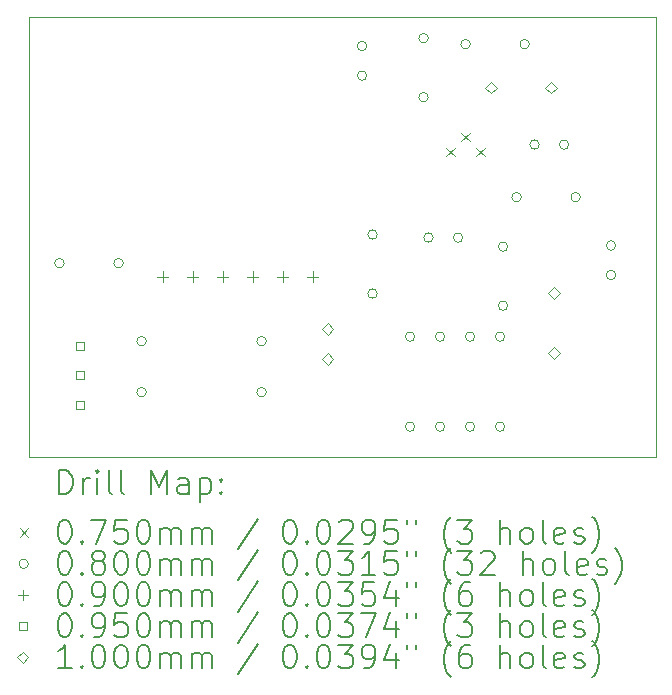
<source format=gbr>
%TF.GenerationSoftware,KiCad,Pcbnew,7.0.9*%
%TF.CreationDate,2023-12-11T15:48:04+01:00*%
%TF.ProjectId,MPX5100DP-THT-board,4d505835-3130-4304-9450-2d5448542d62,1.2*%
%TF.SameCoordinates,Original*%
%TF.FileFunction,Drillmap*%
%TF.FilePolarity,Positive*%
%FSLAX45Y45*%
G04 Gerber Fmt 4.5, Leading zero omitted, Abs format (unit mm)*
G04 Created by KiCad (PCBNEW 7.0.9) date 2023-12-11 15:48:04*
%MOMM*%
%LPD*%
G01*
G04 APERTURE LIST*
%ADD10C,0.100000*%
%ADD11C,0.200000*%
G04 APERTURE END LIST*
D10*
X3962400Y-2425700D02*
X9271000Y-2425700D01*
X9271000Y-6146800D01*
X3962400Y-6146800D01*
X3962400Y-2425700D01*
D11*
D10*
X7493600Y-3531200D02*
X7568600Y-3606200D01*
X7568600Y-3531200D02*
X7493600Y-3606200D01*
X7620600Y-3404200D02*
X7695600Y-3479200D01*
X7695600Y-3404200D02*
X7620600Y-3479200D01*
X7747600Y-3531200D02*
X7822600Y-3606200D01*
X7822600Y-3531200D02*
X7747600Y-3606200D01*
X4260400Y-4508500D02*
G75*
G03*
X4260400Y-4508500I-40000J0D01*
G01*
X4760400Y-4508500D02*
G75*
G03*
X4760400Y-4508500I-40000J0D01*
G01*
X4954900Y-5168900D02*
G75*
G03*
X4954900Y-5168900I-40000J0D01*
G01*
X4954900Y-5600700D02*
G75*
G03*
X4954900Y-5600700I-40000J0D01*
G01*
X5970900Y-5168900D02*
G75*
G03*
X5970900Y-5168900I-40000J0D01*
G01*
X5970900Y-5600700D02*
G75*
G03*
X5970900Y-5600700I-40000J0D01*
G01*
X6821800Y-2671000D02*
G75*
G03*
X6821800Y-2671000I-40000J0D01*
G01*
X6821800Y-2921000D02*
G75*
G03*
X6821800Y-2921000I-40000J0D01*
G01*
X6910700Y-4267200D02*
G75*
G03*
X6910700Y-4267200I-40000J0D01*
G01*
X6910700Y-4767200D02*
G75*
G03*
X6910700Y-4767200I-40000J0D01*
G01*
X7228200Y-5130800D02*
G75*
G03*
X7228200Y-5130800I-40000J0D01*
G01*
X7228200Y-5892800D02*
G75*
G03*
X7228200Y-5892800I-40000J0D01*
G01*
X7342500Y-2603500D02*
G75*
G03*
X7342500Y-2603500I-40000J0D01*
G01*
X7342500Y-3103500D02*
G75*
G03*
X7342500Y-3103500I-40000J0D01*
G01*
X7384600Y-4292600D02*
G75*
G03*
X7384600Y-4292600I-40000J0D01*
G01*
X7482200Y-5130800D02*
G75*
G03*
X7482200Y-5130800I-40000J0D01*
G01*
X7482200Y-5892800D02*
G75*
G03*
X7482200Y-5892800I-40000J0D01*
G01*
X7634600Y-4292600D02*
G75*
G03*
X7634600Y-4292600I-40000J0D01*
G01*
X7698100Y-2654300D02*
G75*
G03*
X7698100Y-2654300I-40000J0D01*
G01*
X7736200Y-5130800D02*
G75*
G03*
X7736200Y-5130800I-40000J0D01*
G01*
X7736200Y-5892800D02*
G75*
G03*
X7736200Y-5892800I-40000J0D01*
G01*
X7990200Y-5130800D02*
G75*
G03*
X7990200Y-5130800I-40000J0D01*
G01*
X7990200Y-5892800D02*
G75*
G03*
X7990200Y-5892800I-40000J0D01*
G01*
X8015600Y-4368800D02*
G75*
G03*
X8015600Y-4368800I-40000J0D01*
G01*
X8015600Y-4868800D02*
G75*
G03*
X8015600Y-4868800I-40000J0D01*
G01*
X8129900Y-3949700D02*
G75*
G03*
X8129900Y-3949700I-40000J0D01*
G01*
X8198100Y-2654300D02*
G75*
G03*
X8198100Y-2654300I-40000J0D01*
G01*
X8282300Y-3505200D02*
G75*
G03*
X8282300Y-3505200I-40000J0D01*
G01*
X8532300Y-3505200D02*
G75*
G03*
X8532300Y-3505200I-40000J0D01*
G01*
X8629900Y-3949700D02*
G75*
G03*
X8629900Y-3949700I-40000J0D01*
G01*
X8930000Y-4360100D02*
G75*
G03*
X8930000Y-4360100I-40000J0D01*
G01*
X8930000Y-4610100D02*
G75*
G03*
X8930000Y-4610100I-40000J0D01*
G01*
X5094785Y-4577600D02*
X5094785Y-4667600D01*
X5049785Y-4622600D02*
X5139785Y-4622600D01*
X5348785Y-4577600D02*
X5348785Y-4667600D01*
X5303785Y-4622600D02*
X5393785Y-4622600D01*
X5602785Y-4577600D02*
X5602785Y-4667600D01*
X5557785Y-4622600D02*
X5647785Y-4622600D01*
X5856785Y-4577600D02*
X5856785Y-4667600D01*
X5811785Y-4622600D02*
X5901785Y-4622600D01*
X6110785Y-4577600D02*
X6110785Y-4667600D01*
X6065785Y-4622600D02*
X6155785Y-4622600D01*
X6364785Y-4577600D02*
X6364785Y-4667600D01*
X6319785Y-4622600D02*
X6409785Y-4622600D01*
X4427788Y-5240588D02*
X4427788Y-5173412D01*
X4360612Y-5173412D01*
X4360612Y-5240588D01*
X4427788Y-5240588D01*
X4427788Y-5490588D02*
X4427788Y-5423412D01*
X4360612Y-5423412D01*
X4360612Y-5490588D01*
X4427788Y-5490588D01*
X4427788Y-5740588D02*
X4427788Y-5673412D01*
X4360612Y-5673412D01*
X4360612Y-5740588D01*
X4427788Y-5740588D01*
X6489700Y-5117300D02*
X6539700Y-5067300D01*
X6489700Y-5017300D01*
X6439700Y-5067300D01*
X6489700Y-5117300D01*
X6489700Y-5371300D02*
X6539700Y-5321300D01*
X6489700Y-5271300D01*
X6439700Y-5321300D01*
X6489700Y-5371300D01*
X7874000Y-3072600D02*
X7924000Y-3022600D01*
X7874000Y-2972600D01*
X7824000Y-3022600D01*
X7874000Y-3072600D01*
X8382000Y-3072600D02*
X8432000Y-3022600D01*
X8382000Y-2972600D01*
X8332000Y-3022600D01*
X8382000Y-3072600D01*
X8407400Y-4812500D02*
X8457400Y-4762500D01*
X8407400Y-4712500D01*
X8357400Y-4762500D01*
X8407400Y-4812500D01*
X8407400Y-5320500D02*
X8457400Y-5270500D01*
X8407400Y-5220500D01*
X8357400Y-5270500D01*
X8407400Y-5320500D01*
D11*
X4218177Y-6463284D02*
X4218177Y-6263284D01*
X4218177Y-6263284D02*
X4265796Y-6263284D01*
X4265796Y-6263284D02*
X4294367Y-6272808D01*
X4294367Y-6272808D02*
X4313415Y-6291855D01*
X4313415Y-6291855D02*
X4322939Y-6310903D01*
X4322939Y-6310903D02*
X4332463Y-6348998D01*
X4332463Y-6348998D02*
X4332463Y-6377569D01*
X4332463Y-6377569D02*
X4322939Y-6415665D01*
X4322939Y-6415665D02*
X4313415Y-6434712D01*
X4313415Y-6434712D02*
X4294367Y-6453760D01*
X4294367Y-6453760D02*
X4265796Y-6463284D01*
X4265796Y-6463284D02*
X4218177Y-6463284D01*
X4418177Y-6463284D02*
X4418177Y-6329950D01*
X4418177Y-6368046D02*
X4427701Y-6348998D01*
X4427701Y-6348998D02*
X4437224Y-6339474D01*
X4437224Y-6339474D02*
X4456272Y-6329950D01*
X4456272Y-6329950D02*
X4475320Y-6329950D01*
X4541986Y-6463284D02*
X4541986Y-6329950D01*
X4541986Y-6263284D02*
X4532463Y-6272808D01*
X4532463Y-6272808D02*
X4541986Y-6282331D01*
X4541986Y-6282331D02*
X4551510Y-6272808D01*
X4551510Y-6272808D02*
X4541986Y-6263284D01*
X4541986Y-6263284D02*
X4541986Y-6282331D01*
X4665796Y-6463284D02*
X4646748Y-6453760D01*
X4646748Y-6453760D02*
X4637224Y-6434712D01*
X4637224Y-6434712D02*
X4637224Y-6263284D01*
X4770558Y-6463284D02*
X4751510Y-6453760D01*
X4751510Y-6453760D02*
X4741986Y-6434712D01*
X4741986Y-6434712D02*
X4741986Y-6263284D01*
X4999129Y-6463284D02*
X4999129Y-6263284D01*
X4999129Y-6263284D02*
X5065796Y-6406141D01*
X5065796Y-6406141D02*
X5132463Y-6263284D01*
X5132463Y-6263284D02*
X5132463Y-6463284D01*
X5313415Y-6463284D02*
X5313415Y-6358522D01*
X5313415Y-6358522D02*
X5303891Y-6339474D01*
X5303891Y-6339474D02*
X5284844Y-6329950D01*
X5284844Y-6329950D02*
X5246748Y-6329950D01*
X5246748Y-6329950D02*
X5227701Y-6339474D01*
X5313415Y-6453760D02*
X5294367Y-6463284D01*
X5294367Y-6463284D02*
X5246748Y-6463284D01*
X5246748Y-6463284D02*
X5227701Y-6453760D01*
X5227701Y-6453760D02*
X5218177Y-6434712D01*
X5218177Y-6434712D02*
X5218177Y-6415665D01*
X5218177Y-6415665D02*
X5227701Y-6396617D01*
X5227701Y-6396617D02*
X5246748Y-6387093D01*
X5246748Y-6387093D02*
X5294367Y-6387093D01*
X5294367Y-6387093D02*
X5313415Y-6377569D01*
X5408653Y-6329950D02*
X5408653Y-6529950D01*
X5408653Y-6339474D02*
X5427701Y-6329950D01*
X5427701Y-6329950D02*
X5465796Y-6329950D01*
X5465796Y-6329950D02*
X5484844Y-6339474D01*
X5484844Y-6339474D02*
X5494367Y-6348998D01*
X5494367Y-6348998D02*
X5503891Y-6368046D01*
X5503891Y-6368046D02*
X5503891Y-6425188D01*
X5503891Y-6425188D02*
X5494367Y-6444236D01*
X5494367Y-6444236D02*
X5484844Y-6453760D01*
X5484844Y-6453760D02*
X5465796Y-6463284D01*
X5465796Y-6463284D02*
X5427701Y-6463284D01*
X5427701Y-6463284D02*
X5408653Y-6453760D01*
X5589605Y-6444236D02*
X5599129Y-6453760D01*
X5599129Y-6453760D02*
X5589605Y-6463284D01*
X5589605Y-6463284D02*
X5580082Y-6453760D01*
X5580082Y-6453760D02*
X5589605Y-6444236D01*
X5589605Y-6444236D02*
X5589605Y-6463284D01*
X5589605Y-6339474D02*
X5599129Y-6348998D01*
X5599129Y-6348998D02*
X5589605Y-6358522D01*
X5589605Y-6358522D02*
X5580082Y-6348998D01*
X5580082Y-6348998D02*
X5589605Y-6339474D01*
X5589605Y-6339474D02*
X5589605Y-6358522D01*
D10*
X3882400Y-6754300D02*
X3957400Y-6829300D01*
X3957400Y-6754300D02*
X3882400Y-6829300D01*
D11*
X4256272Y-6683284D02*
X4275320Y-6683284D01*
X4275320Y-6683284D02*
X4294367Y-6692808D01*
X4294367Y-6692808D02*
X4303891Y-6702331D01*
X4303891Y-6702331D02*
X4313415Y-6721379D01*
X4313415Y-6721379D02*
X4322939Y-6759474D01*
X4322939Y-6759474D02*
X4322939Y-6807093D01*
X4322939Y-6807093D02*
X4313415Y-6845188D01*
X4313415Y-6845188D02*
X4303891Y-6864236D01*
X4303891Y-6864236D02*
X4294367Y-6873760D01*
X4294367Y-6873760D02*
X4275320Y-6883284D01*
X4275320Y-6883284D02*
X4256272Y-6883284D01*
X4256272Y-6883284D02*
X4237224Y-6873760D01*
X4237224Y-6873760D02*
X4227701Y-6864236D01*
X4227701Y-6864236D02*
X4218177Y-6845188D01*
X4218177Y-6845188D02*
X4208653Y-6807093D01*
X4208653Y-6807093D02*
X4208653Y-6759474D01*
X4208653Y-6759474D02*
X4218177Y-6721379D01*
X4218177Y-6721379D02*
X4227701Y-6702331D01*
X4227701Y-6702331D02*
X4237224Y-6692808D01*
X4237224Y-6692808D02*
X4256272Y-6683284D01*
X4408653Y-6864236D02*
X4418177Y-6873760D01*
X4418177Y-6873760D02*
X4408653Y-6883284D01*
X4408653Y-6883284D02*
X4399129Y-6873760D01*
X4399129Y-6873760D02*
X4408653Y-6864236D01*
X4408653Y-6864236D02*
X4408653Y-6883284D01*
X4484844Y-6683284D02*
X4618177Y-6683284D01*
X4618177Y-6683284D02*
X4532463Y-6883284D01*
X4789605Y-6683284D02*
X4694367Y-6683284D01*
X4694367Y-6683284D02*
X4684844Y-6778522D01*
X4684844Y-6778522D02*
X4694367Y-6768998D01*
X4694367Y-6768998D02*
X4713415Y-6759474D01*
X4713415Y-6759474D02*
X4761034Y-6759474D01*
X4761034Y-6759474D02*
X4780082Y-6768998D01*
X4780082Y-6768998D02*
X4789605Y-6778522D01*
X4789605Y-6778522D02*
X4799129Y-6797569D01*
X4799129Y-6797569D02*
X4799129Y-6845188D01*
X4799129Y-6845188D02*
X4789605Y-6864236D01*
X4789605Y-6864236D02*
X4780082Y-6873760D01*
X4780082Y-6873760D02*
X4761034Y-6883284D01*
X4761034Y-6883284D02*
X4713415Y-6883284D01*
X4713415Y-6883284D02*
X4694367Y-6873760D01*
X4694367Y-6873760D02*
X4684844Y-6864236D01*
X4922939Y-6683284D02*
X4941986Y-6683284D01*
X4941986Y-6683284D02*
X4961034Y-6692808D01*
X4961034Y-6692808D02*
X4970558Y-6702331D01*
X4970558Y-6702331D02*
X4980082Y-6721379D01*
X4980082Y-6721379D02*
X4989605Y-6759474D01*
X4989605Y-6759474D02*
X4989605Y-6807093D01*
X4989605Y-6807093D02*
X4980082Y-6845188D01*
X4980082Y-6845188D02*
X4970558Y-6864236D01*
X4970558Y-6864236D02*
X4961034Y-6873760D01*
X4961034Y-6873760D02*
X4941986Y-6883284D01*
X4941986Y-6883284D02*
X4922939Y-6883284D01*
X4922939Y-6883284D02*
X4903891Y-6873760D01*
X4903891Y-6873760D02*
X4894367Y-6864236D01*
X4894367Y-6864236D02*
X4884844Y-6845188D01*
X4884844Y-6845188D02*
X4875320Y-6807093D01*
X4875320Y-6807093D02*
X4875320Y-6759474D01*
X4875320Y-6759474D02*
X4884844Y-6721379D01*
X4884844Y-6721379D02*
X4894367Y-6702331D01*
X4894367Y-6702331D02*
X4903891Y-6692808D01*
X4903891Y-6692808D02*
X4922939Y-6683284D01*
X5075320Y-6883284D02*
X5075320Y-6749950D01*
X5075320Y-6768998D02*
X5084844Y-6759474D01*
X5084844Y-6759474D02*
X5103891Y-6749950D01*
X5103891Y-6749950D02*
X5132463Y-6749950D01*
X5132463Y-6749950D02*
X5151510Y-6759474D01*
X5151510Y-6759474D02*
X5161034Y-6778522D01*
X5161034Y-6778522D02*
X5161034Y-6883284D01*
X5161034Y-6778522D02*
X5170558Y-6759474D01*
X5170558Y-6759474D02*
X5189605Y-6749950D01*
X5189605Y-6749950D02*
X5218177Y-6749950D01*
X5218177Y-6749950D02*
X5237225Y-6759474D01*
X5237225Y-6759474D02*
X5246748Y-6778522D01*
X5246748Y-6778522D02*
X5246748Y-6883284D01*
X5341986Y-6883284D02*
X5341986Y-6749950D01*
X5341986Y-6768998D02*
X5351510Y-6759474D01*
X5351510Y-6759474D02*
X5370558Y-6749950D01*
X5370558Y-6749950D02*
X5399129Y-6749950D01*
X5399129Y-6749950D02*
X5418177Y-6759474D01*
X5418177Y-6759474D02*
X5427701Y-6778522D01*
X5427701Y-6778522D02*
X5427701Y-6883284D01*
X5427701Y-6778522D02*
X5437225Y-6759474D01*
X5437225Y-6759474D02*
X5456272Y-6749950D01*
X5456272Y-6749950D02*
X5484844Y-6749950D01*
X5484844Y-6749950D02*
X5503891Y-6759474D01*
X5503891Y-6759474D02*
X5513415Y-6778522D01*
X5513415Y-6778522D02*
X5513415Y-6883284D01*
X5903891Y-6673760D02*
X5732463Y-6930903D01*
X6161034Y-6683284D02*
X6180082Y-6683284D01*
X6180082Y-6683284D02*
X6199129Y-6692808D01*
X6199129Y-6692808D02*
X6208653Y-6702331D01*
X6208653Y-6702331D02*
X6218177Y-6721379D01*
X6218177Y-6721379D02*
X6227701Y-6759474D01*
X6227701Y-6759474D02*
X6227701Y-6807093D01*
X6227701Y-6807093D02*
X6218177Y-6845188D01*
X6218177Y-6845188D02*
X6208653Y-6864236D01*
X6208653Y-6864236D02*
X6199129Y-6873760D01*
X6199129Y-6873760D02*
X6180082Y-6883284D01*
X6180082Y-6883284D02*
X6161034Y-6883284D01*
X6161034Y-6883284D02*
X6141986Y-6873760D01*
X6141986Y-6873760D02*
X6132463Y-6864236D01*
X6132463Y-6864236D02*
X6122939Y-6845188D01*
X6122939Y-6845188D02*
X6113415Y-6807093D01*
X6113415Y-6807093D02*
X6113415Y-6759474D01*
X6113415Y-6759474D02*
X6122939Y-6721379D01*
X6122939Y-6721379D02*
X6132463Y-6702331D01*
X6132463Y-6702331D02*
X6141986Y-6692808D01*
X6141986Y-6692808D02*
X6161034Y-6683284D01*
X6313415Y-6864236D02*
X6322939Y-6873760D01*
X6322939Y-6873760D02*
X6313415Y-6883284D01*
X6313415Y-6883284D02*
X6303891Y-6873760D01*
X6303891Y-6873760D02*
X6313415Y-6864236D01*
X6313415Y-6864236D02*
X6313415Y-6883284D01*
X6446748Y-6683284D02*
X6465796Y-6683284D01*
X6465796Y-6683284D02*
X6484844Y-6692808D01*
X6484844Y-6692808D02*
X6494367Y-6702331D01*
X6494367Y-6702331D02*
X6503891Y-6721379D01*
X6503891Y-6721379D02*
X6513415Y-6759474D01*
X6513415Y-6759474D02*
X6513415Y-6807093D01*
X6513415Y-6807093D02*
X6503891Y-6845188D01*
X6503891Y-6845188D02*
X6494367Y-6864236D01*
X6494367Y-6864236D02*
X6484844Y-6873760D01*
X6484844Y-6873760D02*
X6465796Y-6883284D01*
X6465796Y-6883284D02*
X6446748Y-6883284D01*
X6446748Y-6883284D02*
X6427701Y-6873760D01*
X6427701Y-6873760D02*
X6418177Y-6864236D01*
X6418177Y-6864236D02*
X6408653Y-6845188D01*
X6408653Y-6845188D02*
X6399129Y-6807093D01*
X6399129Y-6807093D02*
X6399129Y-6759474D01*
X6399129Y-6759474D02*
X6408653Y-6721379D01*
X6408653Y-6721379D02*
X6418177Y-6702331D01*
X6418177Y-6702331D02*
X6427701Y-6692808D01*
X6427701Y-6692808D02*
X6446748Y-6683284D01*
X6589606Y-6702331D02*
X6599129Y-6692808D01*
X6599129Y-6692808D02*
X6618177Y-6683284D01*
X6618177Y-6683284D02*
X6665796Y-6683284D01*
X6665796Y-6683284D02*
X6684844Y-6692808D01*
X6684844Y-6692808D02*
X6694367Y-6702331D01*
X6694367Y-6702331D02*
X6703891Y-6721379D01*
X6703891Y-6721379D02*
X6703891Y-6740427D01*
X6703891Y-6740427D02*
X6694367Y-6768998D01*
X6694367Y-6768998D02*
X6580082Y-6883284D01*
X6580082Y-6883284D02*
X6703891Y-6883284D01*
X6799129Y-6883284D02*
X6837225Y-6883284D01*
X6837225Y-6883284D02*
X6856272Y-6873760D01*
X6856272Y-6873760D02*
X6865796Y-6864236D01*
X6865796Y-6864236D02*
X6884844Y-6835665D01*
X6884844Y-6835665D02*
X6894367Y-6797569D01*
X6894367Y-6797569D02*
X6894367Y-6721379D01*
X6894367Y-6721379D02*
X6884844Y-6702331D01*
X6884844Y-6702331D02*
X6875320Y-6692808D01*
X6875320Y-6692808D02*
X6856272Y-6683284D01*
X6856272Y-6683284D02*
X6818177Y-6683284D01*
X6818177Y-6683284D02*
X6799129Y-6692808D01*
X6799129Y-6692808D02*
X6789606Y-6702331D01*
X6789606Y-6702331D02*
X6780082Y-6721379D01*
X6780082Y-6721379D02*
X6780082Y-6768998D01*
X6780082Y-6768998D02*
X6789606Y-6788046D01*
X6789606Y-6788046D02*
X6799129Y-6797569D01*
X6799129Y-6797569D02*
X6818177Y-6807093D01*
X6818177Y-6807093D02*
X6856272Y-6807093D01*
X6856272Y-6807093D02*
X6875320Y-6797569D01*
X6875320Y-6797569D02*
X6884844Y-6788046D01*
X6884844Y-6788046D02*
X6894367Y-6768998D01*
X7075320Y-6683284D02*
X6980082Y-6683284D01*
X6980082Y-6683284D02*
X6970558Y-6778522D01*
X6970558Y-6778522D02*
X6980082Y-6768998D01*
X6980082Y-6768998D02*
X6999129Y-6759474D01*
X6999129Y-6759474D02*
X7046748Y-6759474D01*
X7046748Y-6759474D02*
X7065796Y-6768998D01*
X7065796Y-6768998D02*
X7075320Y-6778522D01*
X7075320Y-6778522D02*
X7084844Y-6797569D01*
X7084844Y-6797569D02*
X7084844Y-6845188D01*
X7084844Y-6845188D02*
X7075320Y-6864236D01*
X7075320Y-6864236D02*
X7065796Y-6873760D01*
X7065796Y-6873760D02*
X7046748Y-6883284D01*
X7046748Y-6883284D02*
X6999129Y-6883284D01*
X6999129Y-6883284D02*
X6980082Y-6873760D01*
X6980082Y-6873760D02*
X6970558Y-6864236D01*
X7161034Y-6683284D02*
X7161034Y-6721379D01*
X7237225Y-6683284D02*
X7237225Y-6721379D01*
X7532463Y-6959474D02*
X7522939Y-6949950D01*
X7522939Y-6949950D02*
X7503891Y-6921379D01*
X7503891Y-6921379D02*
X7494368Y-6902331D01*
X7494368Y-6902331D02*
X7484844Y-6873760D01*
X7484844Y-6873760D02*
X7475320Y-6826141D01*
X7475320Y-6826141D02*
X7475320Y-6788046D01*
X7475320Y-6788046D02*
X7484844Y-6740427D01*
X7484844Y-6740427D02*
X7494368Y-6711855D01*
X7494368Y-6711855D02*
X7503891Y-6692808D01*
X7503891Y-6692808D02*
X7522939Y-6664236D01*
X7522939Y-6664236D02*
X7532463Y-6654712D01*
X7589606Y-6683284D02*
X7713415Y-6683284D01*
X7713415Y-6683284D02*
X7646748Y-6759474D01*
X7646748Y-6759474D02*
X7675320Y-6759474D01*
X7675320Y-6759474D02*
X7694368Y-6768998D01*
X7694368Y-6768998D02*
X7703891Y-6778522D01*
X7703891Y-6778522D02*
X7713415Y-6797569D01*
X7713415Y-6797569D02*
X7713415Y-6845188D01*
X7713415Y-6845188D02*
X7703891Y-6864236D01*
X7703891Y-6864236D02*
X7694368Y-6873760D01*
X7694368Y-6873760D02*
X7675320Y-6883284D01*
X7675320Y-6883284D02*
X7618177Y-6883284D01*
X7618177Y-6883284D02*
X7599129Y-6873760D01*
X7599129Y-6873760D02*
X7589606Y-6864236D01*
X7951510Y-6883284D02*
X7951510Y-6683284D01*
X8037225Y-6883284D02*
X8037225Y-6778522D01*
X8037225Y-6778522D02*
X8027701Y-6759474D01*
X8027701Y-6759474D02*
X8008653Y-6749950D01*
X8008653Y-6749950D02*
X7980082Y-6749950D01*
X7980082Y-6749950D02*
X7961034Y-6759474D01*
X7961034Y-6759474D02*
X7951510Y-6768998D01*
X8161034Y-6883284D02*
X8141987Y-6873760D01*
X8141987Y-6873760D02*
X8132463Y-6864236D01*
X8132463Y-6864236D02*
X8122939Y-6845188D01*
X8122939Y-6845188D02*
X8122939Y-6788046D01*
X8122939Y-6788046D02*
X8132463Y-6768998D01*
X8132463Y-6768998D02*
X8141987Y-6759474D01*
X8141987Y-6759474D02*
X8161034Y-6749950D01*
X8161034Y-6749950D02*
X8189606Y-6749950D01*
X8189606Y-6749950D02*
X8208653Y-6759474D01*
X8208653Y-6759474D02*
X8218177Y-6768998D01*
X8218177Y-6768998D02*
X8227701Y-6788046D01*
X8227701Y-6788046D02*
X8227701Y-6845188D01*
X8227701Y-6845188D02*
X8218177Y-6864236D01*
X8218177Y-6864236D02*
X8208653Y-6873760D01*
X8208653Y-6873760D02*
X8189606Y-6883284D01*
X8189606Y-6883284D02*
X8161034Y-6883284D01*
X8341987Y-6883284D02*
X8322939Y-6873760D01*
X8322939Y-6873760D02*
X8313415Y-6854712D01*
X8313415Y-6854712D02*
X8313415Y-6683284D01*
X8494368Y-6873760D02*
X8475320Y-6883284D01*
X8475320Y-6883284D02*
X8437225Y-6883284D01*
X8437225Y-6883284D02*
X8418177Y-6873760D01*
X8418177Y-6873760D02*
X8408653Y-6854712D01*
X8408653Y-6854712D02*
X8408653Y-6778522D01*
X8408653Y-6778522D02*
X8418177Y-6759474D01*
X8418177Y-6759474D02*
X8437225Y-6749950D01*
X8437225Y-6749950D02*
X8475320Y-6749950D01*
X8475320Y-6749950D02*
X8494368Y-6759474D01*
X8494368Y-6759474D02*
X8503892Y-6778522D01*
X8503892Y-6778522D02*
X8503892Y-6797569D01*
X8503892Y-6797569D02*
X8408653Y-6816617D01*
X8580082Y-6873760D02*
X8599130Y-6883284D01*
X8599130Y-6883284D02*
X8637225Y-6883284D01*
X8637225Y-6883284D02*
X8656273Y-6873760D01*
X8656273Y-6873760D02*
X8665796Y-6854712D01*
X8665796Y-6854712D02*
X8665796Y-6845188D01*
X8665796Y-6845188D02*
X8656273Y-6826141D01*
X8656273Y-6826141D02*
X8637225Y-6816617D01*
X8637225Y-6816617D02*
X8608653Y-6816617D01*
X8608653Y-6816617D02*
X8589606Y-6807093D01*
X8589606Y-6807093D02*
X8580082Y-6788046D01*
X8580082Y-6788046D02*
X8580082Y-6778522D01*
X8580082Y-6778522D02*
X8589606Y-6759474D01*
X8589606Y-6759474D02*
X8608653Y-6749950D01*
X8608653Y-6749950D02*
X8637225Y-6749950D01*
X8637225Y-6749950D02*
X8656273Y-6759474D01*
X8732463Y-6959474D02*
X8741987Y-6949950D01*
X8741987Y-6949950D02*
X8761034Y-6921379D01*
X8761034Y-6921379D02*
X8770558Y-6902331D01*
X8770558Y-6902331D02*
X8780082Y-6873760D01*
X8780082Y-6873760D02*
X8789606Y-6826141D01*
X8789606Y-6826141D02*
X8789606Y-6788046D01*
X8789606Y-6788046D02*
X8780082Y-6740427D01*
X8780082Y-6740427D02*
X8770558Y-6711855D01*
X8770558Y-6711855D02*
X8761034Y-6692808D01*
X8761034Y-6692808D02*
X8741987Y-6664236D01*
X8741987Y-6664236D02*
X8732463Y-6654712D01*
D10*
X3957400Y-7055800D02*
G75*
G03*
X3957400Y-7055800I-40000J0D01*
G01*
D11*
X4256272Y-6947284D02*
X4275320Y-6947284D01*
X4275320Y-6947284D02*
X4294367Y-6956808D01*
X4294367Y-6956808D02*
X4303891Y-6966331D01*
X4303891Y-6966331D02*
X4313415Y-6985379D01*
X4313415Y-6985379D02*
X4322939Y-7023474D01*
X4322939Y-7023474D02*
X4322939Y-7071093D01*
X4322939Y-7071093D02*
X4313415Y-7109188D01*
X4313415Y-7109188D02*
X4303891Y-7128236D01*
X4303891Y-7128236D02*
X4294367Y-7137760D01*
X4294367Y-7137760D02*
X4275320Y-7147284D01*
X4275320Y-7147284D02*
X4256272Y-7147284D01*
X4256272Y-7147284D02*
X4237224Y-7137760D01*
X4237224Y-7137760D02*
X4227701Y-7128236D01*
X4227701Y-7128236D02*
X4218177Y-7109188D01*
X4218177Y-7109188D02*
X4208653Y-7071093D01*
X4208653Y-7071093D02*
X4208653Y-7023474D01*
X4208653Y-7023474D02*
X4218177Y-6985379D01*
X4218177Y-6985379D02*
X4227701Y-6966331D01*
X4227701Y-6966331D02*
X4237224Y-6956808D01*
X4237224Y-6956808D02*
X4256272Y-6947284D01*
X4408653Y-7128236D02*
X4418177Y-7137760D01*
X4418177Y-7137760D02*
X4408653Y-7147284D01*
X4408653Y-7147284D02*
X4399129Y-7137760D01*
X4399129Y-7137760D02*
X4408653Y-7128236D01*
X4408653Y-7128236D02*
X4408653Y-7147284D01*
X4532463Y-7032998D02*
X4513415Y-7023474D01*
X4513415Y-7023474D02*
X4503891Y-7013950D01*
X4503891Y-7013950D02*
X4494367Y-6994903D01*
X4494367Y-6994903D02*
X4494367Y-6985379D01*
X4494367Y-6985379D02*
X4503891Y-6966331D01*
X4503891Y-6966331D02*
X4513415Y-6956808D01*
X4513415Y-6956808D02*
X4532463Y-6947284D01*
X4532463Y-6947284D02*
X4570558Y-6947284D01*
X4570558Y-6947284D02*
X4589605Y-6956808D01*
X4589605Y-6956808D02*
X4599129Y-6966331D01*
X4599129Y-6966331D02*
X4608653Y-6985379D01*
X4608653Y-6985379D02*
X4608653Y-6994903D01*
X4608653Y-6994903D02*
X4599129Y-7013950D01*
X4599129Y-7013950D02*
X4589605Y-7023474D01*
X4589605Y-7023474D02*
X4570558Y-7032998D01*
X4570558Y-7032998D02*
X4532463Y-7032998D01*
X4532463Y-7032998D02*
X4513415Y-7042522D01*
X4513415Y-7042522D02*
X4503891Y-7052046D01*
X4503891Y-7052046D02*
X4494367Y-7071093D01*
X4494367Y-7071093D02*
X4494367Y-7109188D01*
X4494367Y-7109188D02*
X4503891Y-7128236D01*
X4503891Y-7128236D02*
X4513415Y-7137760D01*
X4513415Y-7137760D02*
X4532463Y-7147284D01*
X4532463Y-7147284D02*
X4570558Y-7147284D01*
X4570558Y-7147284D02*
X4589605Y-7137760D01*
X4589605Y-7137760D02*
X4599129Y-7128236D01*
X4599129Y-7128236D02*
X4608653Y-7109188D01*
X4608653Y-7109188D02*
X4608653Y-7071093D01*
X4608653Y-7071093D02*
X4599129Y-7052046D01*
X4599129Y-7052046D02*
X4589605Y-7042522D01*
X4589605Y-7042522D02*
X4570558Y-7032998D01*
X4732463Y-6947284D02*
X4751510Y-6947284D01*
X4751510Y-6947284D02*
X4770558Y-6956808D01*
X4770558Y-6956808D02*
X4780082Y-6966331D01*
X4780082Y-6966331D02*
X4789605Y-6985379D01*
X4789605Y-6985379D02*
X4799129Y-7023474D01*
X4799129Y-7023474D02*
X4799129Y-7071093D01*
X4799129Y-7071093D02*
X4789605Y-7109188D01*
X4789605Y-7109188D02*
X4780082Y-7128236D01*
X4780082Y-7128236D02*
X4770558Y-7137760D01*
X4770558Y-7137760D02*
X4751510Y-7147284D01*
X4751510Y-7147284D02*
X4732463Y-7147284D01*
X4732463Y-7147284D02*
X4713415Y-7137760D01*
X4713415Y-7137760D02*
X4703891Y-7128236D01*
X4703891Y-7128236D02*
X4694367Y-7109188D01*
X4694367Y-7109188D02*
X4684844Y-7071093D01*
X4684844Y-7071093D02*
X4684844Y-7023474D01*
X4684844Y-7023474D02*
X4694367Y-6985379D01*
X4694367Y-6985379D02*
X4703891Y-6966331D01*
X4703891Y-6966331D02*
X4713415Y-6956808D01*
X4713415Y-6956808D02*
X4732463Y-6947284D01*
X4922939Y-6947284D02*
X4941986Y-6947284D01*
X4941986Y-6947284D02*
X4961034Y-6956808D01*
X4961034Y-6956808D02*
X4970558Y-6966331D01*
X4970558Y-6966331D02*
X4980082Y-6985379D01*
X4980082Y-6985379D02*
X4989605Y-7023474D01*
X4989605Y-7023474D02*
X4989605Y-7071093D01*
X4989605Y-7071093D02*
X4980082Y-7109188D01*
X4980082Y-7109188D02*
X4970558Y-7128236D01*
X4970558Y-7128236D02*
X4961034Y-7137760D01*
X4961034Y-7137760D02*
X4941986Y-7147284D01*
X4941986Y-7147284D02*
X4922939Y-7147284D01*
X4922939Y-7147284D02*
X4903891Y-7137760D01*
X4903891Y-7137760D02*
X4894367Y-7128236D01*
X4894367Y-7128236D02*
X4884844Y-7109188D01*
X4884844Y-7109188D02*
X4875320Y-7071093D01*
X4875320Y-7071093D02*
X4875320Y-7023474D01*
X4875320Y-7023474D02*
X4884844Y-6985379D01*
X4884844Y-6985379D02*
X4894367Y-6966331D01*
X4894367Y-6966331D02*
X4903891Y-6956808D01*
X4903891Y-6956808D02*
X4922939Y-6947284D01*
X5075320Y-7147284D02*
X5075320Y-7013950D01*
X5075320Y-7032998D02*
X5084844Y-7023474D01*
X5084844Y-7023474D02*
X5103891Y-7013950D01*
X5103891Y-7013950D02*
X5132463Y-7013950D01*
X5132463Y-7013950D02*
X5151510Y-7023474D01*
X5151510Y-7023474D02*
X5161034Y-7042522D01*
X5161034Y-7042522D02*
X5161034Y-7147284D01*
X5161034Y-7042522D02*
X5170558Y-7023474D01*
X5170558Y-7023474D02*
X5189605Y-7013950D01*
X5189605Y-7013950D02*
X5218177Y-7013950D01*
X5218177Y-7013950D02*
X5237225Y-7023474D01*
X5237225Y-7023474D02*
X5246748Y-7042522D01*
X5246748Y-7042522D02*
X5246748Y-7147284D01*
X5341986Y-7147284D02*
X5341986Y-7013950D01*
X5341986Y-7032998D02*
X5351510Y-7023474D01*
X5351510Y-7023474D02*
X5370558Y-7013950D01*
X5370558Y-7013950D02*
X5399129Y-7013950D01*
X5399129Y-7013950D02*
X5418177Y-7023474D01*
X5418177Y-7023474D02*
X5427701Y-7042522D01*
X5427701Y-7042522D02*
X5427701Y-7147284D01*
X5427701Y-7042522D02*
X5437225Y-7023474D01*
X5437225Y-7023474D02*
X5456272Y-7013950D01*
X5456272Y-7013950D02*
X5484844Y-7013950D01*
X5484844Y-7013950D02*
X5503891Y-7023474D01*
X5503891Y-7023474D02*
X5513415Y-7042522D01*
X5513415Y-7042522D02*
X5513415Y-7147284D01*
X5903891Y-6937760D02*
X5732463Y-7194903D01*
X6161034Y-6947284D02*
X6180082Y-6947284D01*
X6180082Y-6947284D02*
X6199129Y-6956808D01*
X6199129Y-6956808D02*
X6208653Y-6966331D01*
X6208653Y-6966331D02*
X6218177Y-6985379D01*
X6218177Y-6985379D02*
X6227701Y-7023474D01*
X6227701Y-7023474D02*
X6227701Y-7071093D01*
X6227701Y-7071093D02*
X6218177Y-7109188D01*
X6218177Y-7109188D02*
X6208653Y-7128236D01*
X6208653Y-7128236D02*
X6199129Y-7137760D01*
X6199129Y-7137760D02*
X6180082Y-7147284D01*
X6180082Y-7147284D02*
X6161034Y-7147284D01*
X6161034Y-7147284D02*
X6141986Y-7137760D01*
X6141986Y-7137760D02*
X6132463Y-7128236D01*
X6132463Y-7128236D02*
X6122939Y-7109188D01*
X6122939Y-7109188D02*
X6113415Y-7071093D01*
X6113415Y-7071093D02*
X6113415Y-7023474D01*
X6113415Y-7023474D02*
X6122939Y-6985379D01*
X6122939Y-6985379D02*
X6132463Y-6966331D01*
X6132463Y-6966331D02*
X6141986Y-6956808D01*
X6141986Y-6956808D02*
X6161034Y-6947284D01*
X6313415Y-7128236D02*
X6322939Y-7137760D01*
X6322939Y-7137760D02*
X6313415Y-7147284D01*
X6313415Y-7147284D02*
X6303891Y-7137760D01*
X6303891Y-7137760D02*
X6313415Y-7128236D01*
X6313415Y-7128236D02*
X6313415Y-7147284D01*
X6446748Y-6947284D02*
X6465796Y-6947284D01*
X6465796Y-6947284D02*
X6484844Y-6956808D01*
X6484844Y-6956808D02*
X6494367Y-6966331D01*
X6494367Y-6966331D02*
X6503891Y-6985379D01*
X6503891Y-6985379D02*
X6513415Y-7023474D01*
X6513415Y-7023474D02*
X6513415Y-7071093D01*
X6513415Y-7071093D02*
X6503891Y-7109188D01*
X6503891Y-7109188D02*
X6494367Y-7128236D01*
X6494367Y-7128236D02*
X6484844Y-7137760D01*
X6484844Y-7137760D02*
X6465796Y-7147284D01*
X6465796Y-7147284D02*
X6446748Y-7147284D01*
X6446748Y-7147284D02*
X6427701Y-7137760D01*
X6427701Y-7137760D02*
X6418177Y-7128236D01*
X6418177Y-7128236D02*
X6408653Y-7109188D01*
X6408653Y-7109188D02*
X6399129Y-7071093D01*
X6399129Y-7071093D02*
X6399129Y-7023474D01*
X6399129Y-7023474D02*
X6408653Y-6985379D01*
X6408653Y-6985379D02*
X6418177Y-6966331D01*
X6418177Y-6966331D02*
X6427701Y-6956808D01*
X6427701Y-6956808D02*
X6446748Y-6947284D01*
X6580082Y-6947284D02*
X6703891Y-6947284D01*
X6703891Y-6947284D02*
X6637225Y-7023474D01*
X6637225Y-7023474D02*
X6665796Y-7023474D01*
X6665796Y-7023474D02*
X6684844Y-7032998D01*
X6684844Y-7032998D02*
X6694367Y-7042522D01*
X6694367Y-7042522D02*
X6703891Y-7061569D01*
X6703891Y-7061569D02*
X6703891Y-7109188D01*
X6703891Y-7109188D02*
X6694367Y-7128236D01*
X6694367Y-7128236D02*
X6684844Y-7137760D01*
X6684844Y-7137760D02*
X6665796Y-7147284D01*
X6665796Y-7147284D02*
X6608653Y-7147284D01*
X6608653Y-7147284D02*
X6589606Y-7137760D01*
X6589606Y-7137760D02*
X6580082Y-7128236D01*
X6894367Y-7147284D02*
X6780082Y-7147284D01*
X6837225Y-7147284D02*
X6837225Y-6947284D01*
X6837225Y-6947284D02*
X6818177Y-6975855D01*
X6818177Y-6975855D02*
X6799129Y-6994903D01*
X6799129Y-6994903D02*
X6780082Y-7004427D01*
X7075320Y-6947284D02*
X6980082Y-6947284D01*
X6980082Y-6947284D02*
X6970558Y-7042522D01*
X6970558Y-7042522D02*
X6980082Y-7032998D01*
X6980082Y-7032998D02*
X6999129Y-7023474D01*
X6999129Y-7023474D02*
X7046748Y-7023474D01*
X7046748Y-7023474D02*
X7065796Y-7032998D01*
X7065796Y-7032998D02*
X7075320Y-7042522D01*
X7075320Y-7042522D02*
X7084844Y-7061569D01*
X7084844Y-7061569D02*
X7084844Y-7109188D01*
X7084844Y-7109188D02*
X7075320Y-7128236D01*
X7075320Y-7128236D02*
X7065796Y-7137760D01*
X7065796Y-7137760D02*
X7046748Y-7147284D01*
X7046748Y-7147284D02*
X6999129Y-7147284D01*
X6999129Y-7147284D02*
X6980082Y-7137760D01*
X6980082Y-7137760D02*
X6970558Y-7128236D01*
X7161034Y-6947284D02*
X7161034Y-6985379D01*
X7237225Y-6947284D02*
X7237225Y-6985379D01*
X7532463Y-7223474D02*
X7522939Y-7213950D01*
X7522939Y-7213950D02*
X7503891Y-7185379D01*
X7503891Y-7185379D02*
X7494368Y-7166331D01*
X7494368Y-7166331D02*
X7484844Y-7137760D01*
X7484844Y-7137760D02*
X7475320Y-7090141D01*
X7475320Y-7090141D02*
X7475320Y-7052046D01*
X7475320Y-7052046D02*
X7484844Y-7004427D01*
X7484844Y-7004427D02*
X7494368Y-6975855D01*
X7494368Y-6975855D02*
X7503891Y-6956808D01*
X7503891Y-6956808D02*
X7522939Y-6928236D01*
X7522939Y-6928236D02*
X7532463Y-6918712D01*
X7589606Y-6947284D02*
X7713415Y-6947284D01*
X7713415Y-6947284D02*
X7646748Y-7023474D01*
X7646748Y-7023474D02*
X7675320Y-7023474D01*
X7675320Y-7023474D02*
X7694368Y-7032998D01*
X7694368Y-7032998D02*
X7703891Y-7042522D01*
X7703891Y-7042522D02*
X7713415Y-7061569D01*
X7713415Y-7061569D02*
X7713415Y-7109188D01*
X7713415Y-7109188D02*
X7703891Y-7128236D01*
X7703891Y-7128236D02*
X7694368Y-7137760D01*
X7694368Y-7137760D02*
X7675320Y-7147284D01*
X7675320Y-7147284D02*
X7618177Y-7147284D01*
X7618177Y-7147284D02*
X7599129Y-7137760D01*
X7599129Y-7137760D02*
X7589606Y-7128236D01*
X7789606Y-6966331D02*
X7799129Y-6956808D01*
X7799129Y-6956808D02*
X7818177Y-6947284D01*
X7818177Y-6947284D02*
X7865796Y-6947284D01*
X7865796Y-6947284D02*
X7884844Y-6956808D01*
X7884844Y-6956808D02*
X7894368Y-6966331D01*
X7894368Y-6966331D02*
X7903891Y-6985379D01*
X7903891Y-6985379D02*
X7903891Y-7004427D01*
X7903891Y-7004427D02*
X7894368Y-7032998D01*
X7894368Y-7032998D02*
X7780082Y-7147284D01*
X7780082Y-7147284D02*
X7903891Y-7147284D01*
X8141987Y-7147284D02*
X8141987Y-6947284D01*
X8227701Y-7147284D02*
X8227701Y-7042522D01*
X8227701Y-7042522D02*
X8218177Y-7023474D01*
X8218177Y-7023474D02*
X8199130Y-7013950D01*
X8199130Y-7013950D02*
X8170558Y-7013950D01*
X8170558Y-7013950D02*
X8151510Y-7023474D01*
X8151510Y-7023474D02*
X8141987Y-7032998D01*
X8351510Y-7147284D02*
X8332463Y-7137760D01*
X8332463Y-7137760D02*
X8322939Y-7128236D01*
X8322939Y-7128236D02*
X8313415Y-7109188D01*
X8313415Y-7109188D02*
X8313415Y-7052046D01*
X8313415Y-7052046D02*
X8322939Y-7032998D01*
X8322939Y-7032998D02*
X8332463Y-7023474D01*
X8332463Y-7023474D02*
X8351510Y-7013950D01*
X8351510Y-7013950D02*
X8380082Y-7013950D01*
X8380082Y-7013950D02*
X8399130Y-7023474D01*
X8399130Y-7023474D02*
X8408653Y-7032998D01*
X8408653Y-7032998D02*
X8418177Y-7052046D01*
X8418177Y-7052046D02*
X8418177Y-7109188D01*
X8418177Y-7109188D02*
X8408653Y-7128236D01*
X8408653Y-7128236D02*
X8399130Y-7137760D01*
X8399130Y-7137760D02*
X8380082Y-7147284D01*
X8380082Y-7147284D02*
X8351510Y-7147284D01*
X8532463Y-7147284D02*
X8513415Y-7137760D01*
X8513415Y-7137760D02*
X8503892Y-7118712D01*
X8503892Y-7118712D02*
X8503892Y-6947284D01*
X8684844Y-7137760D02*
X8665796Y-7147284D01*
X8665796Y-7147284D02*
X8627701Y-7147284D01*
X8627701Y-7147284D02*
X8608653Y-7137760D01*
X8608653Y-7137760D02*
X8599130Y-7118712D01*
X8599130Y-7118712D02*
X8599130Y-7042522D01*
X8599130Y-7042522D02*
X8608653Y-7023474D01*
X8608653Y-7023474D02*
X8627701Y-7013950D01*
X8627701Y-7013950D02*
X8665796Y-7013950D01*
X8665796Y-7013950D02*
X8684844Y-7023474D01*
X8684844Y-7023474D02*
X8694368Y-7042522D01*
X8694368Y-7042522D02*
X8694368Y-7061569D01*
X8694368Y-7061569D02*
X8599130Y-7080617D01*
X8770558Y-7137760D02*
X8789606Y-7147284D01*
X8789606Y-7147284D02*
X8827701Y-7147284D01*
X8827701Y-7147284D02*
X8846749Y-7137760D01*
X8846749Y-7137760D02*
X8856273Y-7118712D01*
X8856273Y-7118712D02*
X8856273Y-7109188D01*
X8856273Y-7109188D02*
X8846749Y-7090141D01*
X8846749Y-7090141D02*
X8827701Y-7080617D01*
X8827701Y-7080617D02*
X8799130Y-7080617D01*
X8799130Y-7080617D02*
X8780082Y-7071093D01*
X8780082Y-7071093D02*
X8770558Y-7052046D01*
X8770558Y-7052046D02*
X8770558Y-7042522D01*
X8770558Y-7042522D02*
X8780082Y-7023474D01*
X8780082Y-7023474D02*
X8799130Y-7013950D01*
X8799130Y-7013950D02*
X8827701Y-7013950D01*
X8827701Y-7013950D02*
X8846749Y-7023474D01*
X8922939Y-7223474D02*
X8932463Y-7213950D01*
X8932463Y-7213950D02*
X8951511Y-7185379D01*
X8951511Y-7185379D02*
X8961034Y-7166331D01*
X8961034Y-7166331D02*
X8970558Y-7137760D01*
X8970558Y-7137760D02*
X8980082Y-7090141D01*
X8980082Y-7090141D02*
X8980082Y-7052046D01*
X8980082Y-7052046D02*
X8970558Y-7004427D01*
X8970558Y-7004427D02*
X8961034Y-6975855D01*
X8961034Y-6975855D02*
X8951511Y-6956808D01*
X8951511Y-6956808D02*
X8932463Y-6928236D01*
X8932463Y-6928236D02*
X8922939Y-6918712D01*
D10*
X3912400Y-7274800D02*
X3912400Y-7364800D01*
X3867400Y-7319800D02*
X3957400Y-7319800D01*
D11*
X4256272Y-7211284D02*
X4275320Y-7211284D01*
X4275320Y-7211284D02*
X4294367Y-7220808D01*
X4294367Y-7220808D02*
X4303891Y-7230331D01*
X4303891Y-7230331D02*
X4313415Y-7249379D01*
X4313415Y-7249379D02*
X4322939Y-7287474D01*
X4322939Y-7287474D02*
X4322939Y-7335093D01*
X4322939Y-7335093D02*
X4313415Y-7373188D01*
X4313415Y-7373188D02*
X4303891Y-7392236D01*
X4303891Y-7392236D02*
X4294367Y-7401760D01*
X4294367Y-7401760D02*
X4275320Y-7411284D01*
X4275320Y-7411284D02*
X4256272Y-7411284D01*
X4256272Y-7411284D02*
X4237224Y-7401760D01*
X4237224Y-7401760D02*
X4227701Y-7392236D01*
X4227701Y-7392236D02*
X4218177Y-7373188D01*
X4218177Y-7373188D02*
X4208653Y-7335093D01*
X4208653Y-7335093D02*
X4208653Y-7287474D01*
X4208653Y-7287474D02*
X4218177Y-7249379D01*
X4218177Y-7249379D02*
X4227701Y-7230331D01*
X4227701Y-7230331D02*
X4237224Y-7220808D01*
X4237224Y-7220808D02*
X4256272Y-7211284D01*
X4408653Y-7392236D02*
X4418177Y-7401760D01*
X4418177Y-7401760D02*
X4408653Y-7411284D01*
X4408653Y-7411284D02*
X4399129Y-7401760D01*
X4399129Y-7401760D02*
X4408653Y-7392236D01*
X4408653Y-7392236D02*
X4408653Y-7411284D01*
X4513415Y-7411284D02*
X4551510Y-7411284D01*
X4551510Y-7411284D02*
X4570558Y-7401760D01*
X4570558Y-7401760D02*
X4580082Y-7392236D01*
X4580082Y-7392236D02*
X4599129Y-7363665D01*
X4599129Y-7363665D02*
X4608653Y-7325569D01*
X4608653Y-7325569D02*
X4608653Y-7249379D01*
X4608653Y-7249379D02*
X4599129Y-7230331D01*
X4599129Y-7230331D02*
X4589605Y-7220808D01*
X4589605Y-7220808D02*
X4570558Y-7211284D01*
X4570558Y-7211284D02*
X4532463Y-7211284D01*
X4532463Y-7211284D02*
X4513415Y-7220808D01*
X4513415Y-7220808D02*
X4503891Y-7230331D01*
X4503891Y-7230331D02*
X4494367Y-7249379D01*
X4494367Y-7249379D02*
X4494367Y-7296998D01*
X4494367Y-7296998D02*
X4503891Y-7316046D01*
X4503891Y-7316046D02*
X4513415Y-7325569D01*
X4513415Y-7325569D02*
X4532463Y-7335093D01*
X4532463Y-7335093D02*
X4570558Y-7335093D01*
X4570558Y-7335093D02*
X4589605Y-7325569D01*
X4589605Y-7325569D02*
X4599129Y-7316046D01*
X4599129Y-7316046D02*
X4608653Y-7296998D01*
X4732463Y-7211284D02*
X4751510Y-7211284D01*
X4751510Y-7211284D02*
X4770558Y-7220808D01*
X4770558Y-7220808D02*
X4780082Y-7230331D01*
X4780082Y-7230331D02*
X4789605Y-7249379D01*
X4789605Y-7249379D02*
X4799129Y-7287474D01*
X4799129Y-7287474D02*
X4799129Y-7335093D01*
X4799129Y-7335093D02*
X4789605Y-7373188D01*
X4789605Y-7373188D02*
X4780082Y-7392236D01*
X4780082Y-7392236D02*
X4770558Y-7401760D01*
X4770558Y-7401760D02*
X4751510Y-7411284D01*
X4751510Y-7411284D02*
X4732463Y-7411284D01*
X4732463Y-7411284D02*
X4713415Y-7401760D01*
X4713415Y-7401760D02*
X4703891Y-7392236D01*
X4703891Y-7392236D02*
X4694367Y-7373188D01*
X4694367Y-7373188D02*
X4684844Y-7335093D01*
X4684844Y-7335093D02*
X4684844Y-7287474D01*
X4684844Y-7287474D02*
X4694367Y-7249379D01*
X4694367Y-7249379D02*
X4703891Y-7230331D01*
X4703891Y-7230331D02*
X4713415Y-7220808D01*
X4713415Y-7220808D02*
X4732463Y-7211284D01*
X4922939Y-7211284D02*
X4941986Y-7211284D01*
X4941986Y-7211284D02*
X4961034Y-7220808D01*
X4961034Y-7220808D02*
X4970558Y-7230331D01*
X4970558Y-7230331D02*
X4980082Y-7249379D01*
X4980082Y-7249379D02*
X4989605Y-7287474D01*
X4989605Y-7287474D02*
X4989605Y-7335093D01*
X4989605Y-7335093D02*
X4980082Y-7373188D01*
X4980082Y-7373188D02*
X4970558Y-7392236D01*
X4970558Y-7392236D02*
X4961034Y-7401760D01*
X4961034Y-7401760D02*
X4941986Y-7411284D01*
X4941986Y-7411284D02*
X4922939Y-7411284D01*
X4922939Y-7411284D02*
X4903891Y-7401760D01*
X4903891Y-7401760D02*
X4894367Y-7392236D01*
X4894367Y-7392236D02*
X4884844Y-7373188D01*
X4884844Y-7373188D02*
X4875320Y-7335093D01*
X4875320Y-7335093D02*
X4875320Y-7287474D01*
X4875320Y-7287474D02*
X4884844Y-7249379D01*
X4884844Y-7249379D02*
X4894367Y-7230331D01*
X4894367Y-7230331D02*
X4903891Y-7220808D01*
X4903891Y-7220808D02*
X4922939Y-7211284D01*
X5075320Y-7411284D02*
X5075320Y-7277950D01*
X5075320Y-7296998D02*
X5084844Y-7287474D01*
X5084844Y-7287474D02*
X5103891Y-7277950D01*
X5103891Y-7277950D02*
X5132463Y-7277950D01*
X5132463Y-7277950D02*
X5151510Y-7287474D01*
X5151510Y-7287474D02*
X5161034Y-7306522D01*
X5161034Y-7306522D02*
X5161034Y-7411284D01*
X5161034Y-7306522D02*
X5170558Y-7287474D01*
X5170558Y-7287474D02*
X5189605Y-7277950D01*
X5189605Y-7277950D02*
X5218177Y-7277950D01*
X5218177Y-7277950D02*
X5237225Y-7287474D01*
X5237225Y-7287474D02*
X5246748Y-7306522D01*
X5246748Y-7306522D02*
X5246748Y-7411284D01*
X5341986Y-7411284D02*
X5341986Y-7277950D01*
X5341986Y-7296998D02*
X5351510Y-7287474D01*
X5351510Y-7287474D02*
X5370558Y-7277950D01*
X5370558Y-7277950D02*
X5399129Y-7277950D01*
X5399129Y-7277950D02*
X5418177Y-7287474D01*
X5418177Y-7287474D02*
X5427701Y-7306522D01*
X5427701Y-7306522D02*
X5427701Y-7411284D01*
X5427701Y-7306522D02*
X5437225Y-7287474D01*
X5437225Y-7287474D02*
X5456272Y-7277950D01*
X5456272Y-7277950D02*
X5484844Y-7277950D01*
X5484844Y-7277950D02*
X5503891Y-7287474D01*
X5503891Y-7287474D02*
X5513415Y-7306522D01*
X5513415Y-7306522D02*
X5513415Y-7411284D01*
X5903891Y-7201760D02*
X5732463Y-7458903D01*
X6161034Y-7211284D02*
X6180082Y-7211284D01*
X6180082Y-7211284D02*
X6199129Y-7220808D01*
X6199129Y-7220808D02*
X6208653Y-7230331D01*
X6208653Y-7230331D02*
X6218177Y-7249379D01*
X6218177Y-7249379D02*
X6227701Y-7287474D01*
X6227701Y-7287474D02*
X6227701Y-7335093D01*
X6227701Y-7335093D02*
X6218177Y-7373188D01*
X6218177Y-7373188D02*
X6208653Y-7392236D01*
X6208653Y-7392236D02*
X6199129Y-7401760D01*
X6199129Y-7401760D02*
X6180082Y-7411284D01*
X6180082Y-7411284D02*
X6161034Y-7411284D01*
X6161034Y-7411284D02*
X6141986Y-7401760D01*
X6141986Y-7401760D02*
X6132463Y-7392236D01*
X6132463Y-7392236D02*
X6122939Y-7373188D01*
X6122939Y-7373188D02*
X6113415Y-7335093D01*
X6113415Y-7335093D02*
X6113415Y-7287474D01*
X6113415Y-7287474D02*
X6122939Y-7249379D01*
X6122939Y-7249379D02*
X6132463Y-7230331D01*
X6132463Y-7230331D02*
X6141986Y-7220808D01*
X6141986Y-7220808D02*
X6161034Y-7211284D01*
X6313415Y-7392236D02*
X6322939Y-7401760D01*
X6322939Y-7401760D02*
X6313415Y-7411284D01*
X6313415Y-7411284D02*
X6303891Y-7401760D01*
X6303891Y-7401760D02*
X6313415Y-7392236D01*
X6313415Y-7392236D02*
X6313415Y-7411284D01*
X6446748Y-7211284D02*
X6465796Y-7211284D01*
X6465796Y-7211284D02*
X6484844Y-7220808D01*
X6484844Y-7220808D02*
X6494367Y-7230331D01*
X6494367Y-7230331D02*
X6503891Y-7249379D01*
X6503891Y-7249379D02*
X6513415Y-7287474D01*
X6513415Y-7287474D02*
X6513415Y-7335093D01*
X6513415Y-7335093D02*
X6503891Y-7373188D01*
X6503891Y-7373188D02*
X6494367Y-7392236D01*
X6494367Y-7392236D02*
X6484844Y-7401760D01*
X6484844Y-7401760D02*
X6465796Y-7411284D01*
X6465796Y-7411284D02*
X6446748Y-7411284D01*
X6446748Y-7411284D02*
X6427701Y-7401760D01*
X6427701Y-7401760D02*
X6418177Y-7392236D01*
X6418177Y-7392236D02*
X6408653Y-7373188D01*
X6408653Y-7373188D02*
X6399129Y-7335093D01*
X6399129Y-7335093D02*
X6399129Y-7287474D01*
X6399129Y-7287474D02*
X6408653Y-7249379D01*
X6408653Y-7249379D02*
X6418177Y-7230331D01*
X6418177Y-7230331D02*
X6427701Y-7220808D01*
X6427701Y-7220808D02*
X6446748Y-7211284D01*
X6580082Y-7211284D02*
X6703891Y-7211284D01*
X6703891Y-7211284D02*
X6637225Y-7287474D01*
X6637225Y-7287474D02*
X6665796Y-7287474D01*
X6665796Y-7287474D02*
X6684844Y-7296998D01*
X6684844Y-7296998D02*
X6694367Y-7306522D01*
X6694367Y-7306522D02*
X6703891Y-7325569D01*
X6703891Y-7325569D02*
X6703891Y-7373188D01*
X6703891Y-7373188D02*
X6694367Y-7392236D01*
X6694367Y-7392236D02*
X6684844Y-7401760D01*
X6684844Y-7401760D02*
X6665796Y-7411284D01*
X6665796Y-7411284D02*
X6608653Y-7411284D01*
X6608653Y-7411284D02*
X6589606Y-7401760D01*
X6589606Y-7401760D02*
X6580082Y-7392236D01*
X6884844Y-7211284D02*
X6789606Y-7211284D01*
X6789606Y-7211284D02*
X6780082Y-7306522D01*
X6780082Y-7306522D02*
X6789606Y-7296998D01*
X6789606Y-7296998D02*
X6808653Y-7287474D01*
X6808653Y-7287474D02*
X6856272Y-7287474D01*
X6856272Y-7287474D02*
X6875320Y-7296998D01*
X6875320Y-7296998D02*
X6884844Y-7306522D01*
X6884844Y-7306522D02*
X6894367Y-7325569D01*
X6894367Y-7325569D02*
X6894367Y-7373188D01*
X6894367Y-7373188D02*
X6884844Y-7392236D01*
X6884844Y-7392236D02*
X6875320Y-7401760D01*
X6875320Y-7401760D02*
X6856272Y-7411284D01*
X6856272Y-7411284D02*
X6808653Y-7411284D01*
X6808653Y-7411284D02*
X6789606Y-7401760D01*
X6789606Y-7401760D02*
X6780082Y-7392236D01*
X7065796Y-7277950D02*
X7065796Y-7411284D01*
X7018177Y-7201760D02*
X6970558Y-7344617D01*
X6970558Y-7344617D02*
X7094367Y-7344617D01*
X7161034Y-7211284D02*
X7161034Y-7249379D01*
X7237225Y-7211284D02*
X7237225Y-7249379D01*
X7532463Y-7487474D02*
X7522939Y-7477950D01*
X7522939Y-7477950D02*
X7503891Y-7449379D01*
X7503891Y-7449379D02*
X7494368Y-7430331D01*
X7494368Y-7430331D02*
X7484844Y-7401760D01*
X7484844Y-7401760D02*
X7475320Y-7354141D01*
X7475320Y-7354141D02*
X7475320Y-7316046D01*
X7475320Y-7316046D02*
X7484844Y-7268427D01*
X7484844Y-7268427D02*
X7494368Y-7239855D01*
X7494368Y-7239855D02*
X7503891Y-7220808D01*
X7503891Y-7220808D02*
X7522939Y-7192236D01*
X7522939Y-7192236D02*
X7532463Y-7182712D01*
X7694368Y-7211284D02*
X7656272Y-7211284D01*
X7656272Y-7211284D02*
X7637225Y-7220808D01*
X7637225Y-7220808D02*
X7627701Y-7230331D01*
X7627701Y-7230331D02*
X7608653Y-7258903D01*
X7608653Y-7258903D02*
X7599129Y-7296998D01*
X7599129Y-7296998D02*
X7599129Y-7373188D01*
X7599129Y-7373188D02*
X7608653Y-7392236D01*
X7608653Y-7392236D02*
X7618177Y-7401760D01*
X7618177Y-7401760D02*
X7637225Y-7411284D01*
X7637225Y-7411284D02*
X7675320Y-7411284D01*
X7675320Y-7411284D02*
X7694368Y-7401760D01*
X7694368Y-7401760D02*
X7703891Y-7392236D01*
X7703891Y-7392236D02*
X7713415Y-7373188D01*
X7713415Y-7373188D02*
X7713415Y-7325569D01*
X7713415Y-7325569D02*
X7703891Y-7306522D01*
X7703891Y-7306522D02*
X7694368Y-7296998D01*
X7694368Y-7296998D02*
X7675320Y-7287474D01*
X7675320Y-7287474D02*
X7637225Y-7287474D01*
X7637225Y-7287474D02*
X7618177Y-7296998D01*
X7618177Y-7296998D02*
X7608653Y-7306522D01*
X7608653Y-7306522D02*
X7599129Y-7325569D01*
X7951510Y-7411284D02*
X7951510Y-7211284D01*
X8037225Y-7411284D02*
X8037225Y-7306522D01*
X8037225Y-7306522D02*
X8027701Y-7287474D01*
X8027701Y-7287474D02*
X8008653Y-7277950D01*
X8008653Y-7277950D02*
X7980082Y-7277950D01*
X7980082Y-7277950D02*
X7961034Y-7287474D01*
X7961034Y-7287474D02*
X7951510Y-7296998D01*
X8161034Y-7411284D02*
X8141987Y-7401760D01*
X8141987Y-7401760D02*
X8132463Y-7392236D01*
X8132463Y-7392236D02*
X8122939Y-7373188D01*
X8122939Y-7373188D02*
X8122939Y-7316046D01*
X8122939Y-7316046D02*
X8132463Y-7296998D01*
X8132463Y-7296998D02*
X8141987Y-7287474D01*
X8141987Y-7287474D02*
X8161034Y-7277950D01*
X8161034Y-7277950D02*
X8189606Y-7277950D01*
X8189606Y-7277950D02*
X8208653Y-7287474D01*
X8208653Y-7287474D02*
X8218177Y-7296998D01*
X8218177Y-7296998D02*
X8227701Y-7316046D01*
X8227701Y-7316046D02*
X8227701Y-7373188D01*
X8227701Y-7373188D02*
X8218177Y-7392236D01*
X8218177Y-7392236D02*
X8208653Y-7401760D01*
X8208653Y-7401760D02*
X8189606Y-7411284D01*
X8189606Y-7411284D02*
X8161034Y-7411284D01*
X8341987Y-7411284D02*
X8322939Y-7401760D01*
X8322939Y-7401760D02*
X8313415Y-7382712D01*
X8313415Y-7382712D02*
X8313415Y-7211284D01*
X8494368Y-7401760D02*
X8475320Y-7411284D01*
X8475320Y-7411284D02*
X8437225Y-7411284D01*
X8437225Y-7411284D02*
X8418177Y-7401760D01*
X8418177Y-7401760D02*
X8408653Y-7382712D01*
X8408653Y-7382712D02*
X8408653Y-7306522D01*
X8408653Y-7306522D02*
X8418177Y-7287474D01*
X8418177Y-7287474D02*
X8437225Y-7277950D01*
X8437225Y-7277950D02*
X8475320Y-7277950D01*
X8475320Y-7277950D02*
X8494368Y-7287474D01*
X8494368Y-7287474D02*
X8503892Y-7306522D01*
X8503892Y-7306522D02*
X8503892Y-7325569D01*
X8503892Y-7325569D02*
X8408653Y-7344617D01*
X8580082Y-7401760D02*
X8599130Y-7411284D01*
X8599130Y-7411284D02*
X8637225Y-7411284D01*
X8637225Y-7411284D02*
X8656273Y-7401760D01*
X8656273Y-7401760D02*
X8665796Y-7382712D01*
X8665796Y-7382712D02*
X8665796Y-7373188D01*
X8665796Y-7373188D02*
X8656273Y-7354141D01*
X8656273Y-7354141D02*
X8637225Y-7344617D01*
X8637225Y-7344617D02*
X8608653Y-7344617D01*
X8608653Y-7344617D02*
X8589606Y-7335093D01*
X8589606Y-7335093D02*
X8580082Y-7316046D01*
X8580082Y-7316046D02*
X8580082Y-7306522D01*
X8580082Y-7306522D02*
X8589606Y-7287474D01*
X8589606Y-7287474D02*
X8608653Y-7277950D01*
X8608653Y-7277950D02*
X8637225Y-7277950D01*
X8637225Y-7277950D02*
X8656273Y-7287474D01*
X8732463Y-7487474D02*
X8741987Y-7477950D01*
X8741987Y-7477950D02*
X8761034Y-7449379D01*
X8761034Y-7449379D02*
X8770558Y-7430331D01*
X8770558Y-7430331D02*
X8780082Y-7401760D01*
X8780082Y-7401760D02*
X8789606Y-7354141D01*
X8789606Y-7354141D02*
X8789606Y-7316046D01*
X8789606Y-7316046D02*
X8780082Y-7268427D01*
X8780082Y-7268427D02*
X8770558Y-7239855D01*
X8770558Y-7239855D02*
X8761034Y-7220808D01*
X8761034Y-7220808D02*
X8741987Y-7192236D01*
X8741987Y-7192236D02*
X8732463Y-7182712D01*
D10*
X3943488Y-7617388D02*
X3943488Y-7550212D01*
X3876312Y-7550212D01*
X3876312Y-7617388D01*
X3943488Y-7617388D01*
D11*
X4256272Y-7475284D02*
X4275320Y-7475284D01*
X4275320Y-7475284D02*
X4294367Y-7484808D01*
X4294367Y-7484808D02*
X4303891Y-7494331D01*
X4303891Y-7494331D02*
X4313415Y-7513379D01*
X4313415Y-7513379D02*
X4322939Y-7551474D01*
X4322939Y-7551474D02*
X4322939Y-7599093D01*
X4322939Y-7599093D02*
X4313415Y-7637188D01*
X4313415Y-7637188D02*
X4303891Y-7656236D01*
X4303891Y-7656236D02*
X4294367Y-7665760D01*
X4294367Y-7665760D02*
X4275320Y-7675284D01*
X4275320Y-7675284D02*
X4256272Y-7675284D01*
X4256272Y-7675284D02*
X4237224Y-7665760D01*
X4237224Y-7665760D02*
X4227701Y-7656236D01*
X4227701Y-7656236D02*
X4218177Y-7637188D01*
X4218177Y-7637188D02*
X4208653Y-7599093D01*
X4208653Y-7599093D02*
X4208653Y-7551474D01*
X4208653Y-7551474D02*
X4218177Y-7513379D01*
X4218177Y-7513379D02*
X4227701Y-7494331D01*
X4227701Y-7494331D02*
X4237224Y-7484808D01*
X4237224Y-7484808D02*
X4256272Y-7475284D01*
X4408653Y-7656236D02*
X4418177Y-7665760D01*
X4418177Y-7665760D02*
X4408653Y-7675284D01*
X4408653Y-7675284D02*
X4399129Y-7665760D01*
X4399129Y-7665760D02*
X4408653Y-7656236D01*
X4408653Y-7656236D02*
X4408653Y-7675284D01*
X4513415Y-7675284D02*
X4551510Y-7675284D01*
X4551510Y-7675284D02*
X4570558Y-7665760D01*
X4570558Y-7665760D02*
X4580082Y-7656236D01*
X4580082Y-7656236D02*
X4599129Y-7627665D01*
X4599129Y-7627665D02*
X4608653Y-7589569D01*
X4608653Y-7589569D02*
X4608653Y-7513379D01*
X4608653Y-7513379D02*
X4599129Y-7494331D01*
X4599129Y-7494331D02*
X4589605Y-7484808D01*
X4589605Y-7484808D02*
X4570558Y-7475284D01*
X4570558Y-7475284D02*
X4532463Y-7475284D01*
X4532463Y-7475284D02*
X4513415Y-7484808D01*
X4513415Y-7484808D02*
X4503891Y-7494331D01*
X4503891Y-7494331D02*
X4494367Y-7513379D01*
X4494367Y-7513379D02*
X4494367Y-7560998D01*
X4494367Y-7560998D02*
X4503891Y-7580046D01*
X4503891Y-7580046D02*
X4513415Y-7589569D01*
X4513415Y-7589569D02*
X4532463Y-7599093D01*
X4532463Y-7599093D02*
X4570558Y-7599093D01*
X4570558Y-7599093D02*
X4589605Y-7589569D01*
X4589605Y-7589569D02*
X4599129Y-7580046D01*
X4599129Y-7580046D02*
X4608653Y-7560998D01*
X4789605Y-7475284D02*
X4694367Y-7475284D01*
X4694367Y-7475284D02*
X4684844Y-7570522D01*
X4684844Y-7570522D02*
X4694367Y-7560998D01*
X4694367Y-7560998D02*
X4713415Y-7551474D01*
X4713415Y-7551474D02*
X4761034Y-7551474D01*
X4761034Y-7551474D02*
X4780082Y-7560998D01*
X4780082Y-7560998D02*
X4789605Y-7570522D01*
X4789605Y-7570522D02*
X4799129Y-7589569D01*
X4799129Y-7589569D02*
X4799129Y-7637188D01*
X4799129Y-7637188D02*
X4789605Y-7656236D01*
X4789605Y-7656236D02*
X4780082Y-7665760D01*
X4780082Y-7665760D02*
X4761034Y-7675284D01*
X4761034Y-7675284D02*
X4713415Y-7675284D01*
X4713415Y-7675284D02*
X4694367Y-7665760D01*
X4694367Y-7665760D02*
X4684844Y-7656236D01*
X4922939Y-7475284D02*
X4941986Y-7475284D01*
X4941986Y-7475284D02*
X4961034Y-7484808D01*
X4961034Y-7484808D02*
X4970558Y-7494331D01*
X4970558Y-7494331D02*
X4980082Y-7513379D01*
X4980082Y-7513379D02*
X4989605Y-7551474D01*
X4989605Y-7551474D02*
X4989605Y-7599093D01*
X4989605Y-7599093D02*
X4980082Y-7637188D01*
X4980082Y-7637188D02*
X4970558Y-7656236D01*
X4970558Y-7656236D02*
X4961034Y-7665760D01*
X4961034Y-7665760D02*
X4941986Y-7675284D01*
X4941986Y-7675284D02*
X4922939Y-7675284D01*
X4922939Y-7675284D02*
X4903891Y-7665760D01*
X4903891Y-7665760D02*
X4894367Y-7656236D01*
X4894367Y-7656236D02*
X4884844Y-7637188D01*
X4884844Y-7637188D02*
X4875320Y-7599093D01*
X4875320Y-7599093D02*
X4875320Y-7551474D01*
X4875320Y-7551474D02*
X4884844Y-7513379D01*
X4884844Y-7513379D02*
X4894367Y-7494331D01*
X4894367Y-7494331D02*
X4903891Y-7484808D01*
X4903891Y-7484808D02*
X4922939Y-7475284D01*
X5075320Y-7675284D02*
X5075320Y-7541950D01*
X5075320Y-7560998D02*
X5084844Y-7551474D01*
X5084844Y-7551474D02*
X5103891Y-7541950D01*
X5103891Y-7541950D02*
X5132463Y-7541950D01*
X5132463Y-7541950D02*
X5151510Y-7551474D01*
X5151510Y-7551474D02*
X5161034Y-7570522D01*
X5161034Y-7570522D02*
X5161034Y-7675284D01*
X5161034Y-7570522D02*
X5170558Y-7551474D01*
X5170558Y-7551474D02*
X5189605Y-7541950D01*
X5189605Y-7541950D02*
X5218177Y-7541950D01*
X5218177Y-7541950D02*
X5237225Y-7551474D01*
X5237225Y-7551474D02*
X5246748Y-7570522D01*
X5246748Y-7570522D02*
X5246748Y-7675284D01*
X5341986Y-7675284D02*
X5341986Y-7541950D01*
X5341986Y-7560998D02*
X5351510Y-7551474D01*
X5351510Y-7551474D02*
X5370558Y-7541950D01*
X5370558Y-7541950D02*
X5399129Y-7541950D01*
X5399129Y-7541950D02*
X5418177Y-7551474D01*
X5418177Y-7551474D02*
X5427701Y-7570522D01*
X5427701Y-7570522D02*
X5427701Y-7675284D01*
X5427701Y-7570522D02*
X5437225Y-7551474D01*
X5437225Y-7551474D02*
X5456272Y-7541950D01*
X5456272Y-7541950D02*
X5484844Y-7541950D01*
X5484844Y-7541950D02*
X5503891Y-7551474D01*
X5503891Y-7551474D02*
X5513415Y-7570522D01*
X5513415Y-7570522D02*
X5513415Y-7675284D01*
X5903891Y-7465760D02*
X5732463Y-7722903D01*
X6161034Y-7475284D02*
X6180082Y-7475284D01*
X6180082Y-7475284D02*
X6199129Y-7484808D01*
X6199129Y-7484808D02*
X6208653Y-7494331D01*
X6208653Y-7494331D02*
X6218177Y-7513379D01*
X6218177Y-7513379D02*
X6227701Y-7551474D01*
X6227701Y-7551474D02*
X6227701Y-7599093D01*
X6227701Y-7599093D02*
X6218177Y-7637188D01*
X6218177Y-7637188D02*
X6208653Y-7656236D01*
X6208653Y-7656236D02*
X6199129Y-7665760D01*
X6199129Y-7665760D02*
X6180082Y-7675284D01*
X6180082Y-7675284D02*
X6161034Y-7675284D01*
X6161034Y-7675284D02*
X6141986Y-7665760D01*
X6141986Y-7665760D02*
X6132463Y-7656236D01*
X6132463Y-7656236D02*
X6122939Y-7637188D01*
X6122939Y-7637188D02*
X6113415Y-7599093D01*
X6113415Y-7599093D02*
X6113415Y-7551474D01*
X6113415Y-7551474D02*
X6122939Y-7513379D01*
X6122939Y-7513379D02*
X6132463Y-7494331D01*
X6132463Y-7494331D02*
X6141986Y-7484808D01*
X6141986Y-7484808D02*
X6161034Y-7475284D01*
X6313415Y-7656236D02*
X6322939Y-7665760D01*
X6322939Y-7665760D02*
X6313415Y-7675284D01*
X6313415Y-7675284D02*
X6303891Y-7665760D01*
X6303891Y-7665760D02*
X6313415Y-7656236D01*
X6313415Y-7656236D02*
X6313415Y-7675284D01*
X6446748Y-7475284D02*
X6465796Y-7475284D01*
X6465796Y-7475284D02*
X6484844Y-7484808D01*
X6484844Y-7484808D02*
X6494367Y-7494331D01*
X6494367Y-7494331D02*
X6503891Y-7513379D01*
X6503891Y-7513379D02*
X6513415Y-7551474D01*
X6513415Y-7551474D02*
X6513415Y-7599093D01*
X6513415Y-7599093D02*
X6503891Y-7637188D01*
X6503891Y-7637188D02*
X6494367Y-7656236D01*
X6494367Y-7656236D02*
X6484844Y-7665760D01*
X6484844Y-7665760D02*
X6465796Y-7675284D01*
X6465796Y-7675284D02*
X6446748Y-7675284D01*
X6446748Y-7675284D02*
X6427701Y-7665760D01*
X6427701Y-7665760D02*
X6418177Y-7656236D01*
X6418177Y-7656236D02*
X6408653Y-7637188D01*
X6408653Y-7637188D02*
X6399129Y-7599093D01*
X6399129Y-7599093D02*
X6399129Y-7551474D01*
X6399129Y-7551474D02*
X6408653Y-7513379D01*
X6408653Y-7513379D02*
X6418177Y-7494331D01*
X6418177Y-7494331D02*
X6427701Y-7484808D01*
X6427701Y-7484808D02*
X6446748Y-7475284D01*
X6580082Y-7475284D02*
X6703891Y-7475284D01*
X6703891Y-7475284D02*
X6637225Y-7551474D01*
X6637225Y-7551474D02*
X6665796Y-7551474D01*
X6665796Y-7551474D02*
X6684844Y-7560998D01*
X6684844Y-7560998D02*
X6694367Y-7570522D01*
X6694367Y-7570522D02*
X6703891Y-7589569D01*
X6703891Y-7589569D02*
X6703891Y-7637188D01*
X6703891Y-7637188D02*
X6694367Y-7656236D01*
X6694367Y-7656236D02*
X6684844Y-7665760D01*
X6684844Y-7665760D02*
X6665796Y-7675284D01*
X6665796Y-7675284D02*
X6608653Y-7675284D01*
X6608653Y-7675284D02*
X6589606Y-7665760D01*
X6589606Y-7665760D02*
X6580082Y-7656236D01*
X6770558Y-7475284D02*
X6903891Y-7475284D01*
X6903891Y-7475284D02*
X6818177Y-7675284D01*
X7065796Y-7541950D02*
X7065796Y-7675284D01*
X7018177Y-7465760D02*
X6970558Y-7608617D01*
X6970558Y-7608617D02*
X7094367Y-7608617D01*
X7161034Y-7475284D02*
X7161034Y-7513379D01*
X7237225Y-7475284D02*
X7237225Y-7513379D01*
X7532463Y-7751474D02*
X7522939Y-7741950D01*
X7522939Y-7741950D02*
X7503891Y-7713379D01*
X7503891Y-7713379D02*
X7494368Y-7694331D01*
X7494368Y-7694331D02*
X7484844Y-7665760D01*
X7484844Y-7665760D02*
X7475320Y-7618141D01*
X7475320Y-7618141D02*
X7475320Y-7580046D01*
X7475320Y-7580046D02*
X7484844Y-7532427D01*
X7484844Y-7532427D02*
X7494368Y-7503855D01*
X7494368Y-7503855D02*
X7503891Y-7484808D01*
X7503891Y-7484808D02*
X7522939Y-7456236D01*
X7522939Y-7456236D02*
X7532463Y-7446712D01*
X7589606Y-7475284D02*
X7713415Y-7475284D01*
X7713415Y-7475284D02*
X7646748Y-7551474D01*
X7646748Y-7551474D02*
X7675320Y-7551474D01*
X7675320Y-7551474D02*
X7694368Y-7560998D01*
X7694368Y-7560998D02*
X7703891Y-7570522D01*
X7703891Y-7570522D02*
X7713415Y-7589569D01*
X7713415Y-7589569D02*
X7713415Y-7637188D01*
X7713415Y-7637188D02*
X7703891Y-7656236D01*
X7703891Y-7656236D02*
X7694368Y-7665760D01*
X7694368Y-7665760D02*
X7675320Y-7675284D01*
X7675320Y-7675284D02*
X7618177Y-7675284D01*
X7618177Y-7675284D02*
X7599129Y-7665760D01*
X7599129Y-7665760D02*
X7589606Y-7656236D01*
X7951510Y-7675284D02*
X7951510Y-7475284D01*
X8037225Y-7675284D02*
X8037225Y-7570522D01*
X8037225Y-7570522D02*
X8027701Y-7551474D01*
X8027701Y-7551474D02*
X8008653Y-7541950D01*
X8008653Y-7541950D02*
X7980082Y-7541950D01*
X7980082Y-7541950D02*
X7961034Y-7551474D01*
X7961034Y-7551474D02*
X7951510Y-7560998D01*
X8161034Y-7675284D02*
X8141987Y-7665760D01*
X8141987Y-7665760D02*
X8132463Y-7656236D01*
X8132463Y-7656236D02*
X8122939Y-7637188D01*
X8122939Y-7637188D02*
X8122939Y-7580046D01*
X8122939Y-7580046D02*
X8132463Y-7560998D01*
X8132463Y-7560998D02*
X8141987Y-7551474D01*
X8141987Y-7551474D02*
X8161034Y-7541950D01*
X8161034Y-7541950D02*
X8189606Y-7541950D01*
X8189606Y-7541950D02*
X8208653Y-7551474D01*
X8208653Y-7551474D02*
X8218177Y-7560998D01*
X8218177Y-7560998D02*
X8227701Y-7580046D01*
X8227701Y-7580046D02*
X8227701Y-7637188D01*
X8227701Y-7637188D02*
X8218177Y-7656236D01*
X8218177Y-7656236D02*
X8208653Y-7665760D01*
X8208653Y-7665760D02*
X8189606Y-7675284D01*
X8189606Y-7675284D02*
X8161034Y-7675284D01*
X8341987Y-7675284D02*
X8322939Y-7665760D01*
X8322939Y-7665760D02*
X8313415Y-7646712D01*
X8313415Y-7646712D02*
X8313415Y-7475284D01*
X8494368Y-7665760D02*
X8475320Y-7675284D01*
X8475320Y-7675284D02*
X8437225Y-7675284D01*
X8437225Y-7675284D02*
X8418177Y-7665760D01*
X8418177Y-7665760D02*
X8408653Y-7646712D01*
X8408653Y-7646712D02*
X8408653Y-7570522D01*
X8408653Y-7570522D02*
X8418177Y-7551474D01*
X8418177Y-7551474D02*
X8437225Y-7541950D01*
X8437225Y-7541950D02*
X8475320Y-7541950D01*
X8475320Y-7541950D02*
X8494368Y-7551474D01*
X8494368Y-7551474D02*
X8503892Y-7570522D01*
X8503892Y-7570522D02*
X8503892Y-7589569D01*
X8503892Y-7589569D02*
X8408653Y-7608617D01*
X8580082Y-7665760D02*
X8599130Y-7675284D01*
X8599130Y-7675284D02*
X8637225Y-7675284D01*
X8637225Y-7675284D02*
X8656273Y-7665760D01*
X8656273Y-7665760D02*
X8665796Y-7646712D01*
X8665796Y-7646712D02*
X8665796Y-7637188D01*
X8665796Y-7637188D02*
X8656273Y-7618141D01*
X8656273Y-7618141D02*
X8637225Y-7608617D01*
X8637225Y-7608617D02*
X8608653Y-7608617D01*
X8608653Y-7608617D02*
X8589606Y-7599093D01*
X8589606Y-7599093D02*
X8580082Y-7580046D01*
X8580082Y-7580046D02*
X8580082Y-7570522D01*
X8580082Y-7570522D02*
X8589606Y-7551474D01*
X8589606Y-7551474D02*
X8608653Y-7541950D01*
X8608653Y-7541950D02*
X8637225Y-7541950D01*
X8637225Y-7541950D02*
X8656273Y-7551474D01*
X8732463Y-7751474D02*
X8741987Y-7741950D01*
X8741987Y-7741950D02*
X8761034Y-7713379D01*
X8761034Y-7713379D02*
X8770558Y-7694331D01*
X8770558Y-7694331D02*
X8780082Y-7665760D01*
X8780082Y-7665760D02*
X8789606Y-7618141D01*
X8789606Y-7618141D02*
X8789606Y-7580046D01*
X8789606Y-7580046D02*
X8780082Y-7532427D01*
X8780082Y-7532427D02*
X8770558Y-7503855D01*
X8770558Y-7503855D02*
X8761034Y-7484808D01*
X8761034Y-7484808D02*
X8741987Y-7456236D01*
X8741987Y-7456236D02*
X8732463Y-7446712D01*
D10*
X3907400Y-7897800D02*
X3957400Y-7847800D01*
X3907400Y-7797800D01*
X3857400Y-7847800D01*
X3907400Y-7897800D01*
D11*
X4322939Y-7939284D02*
X4208653Y-7939284D01*
X4265796Y-7939284D02*
X4265796Y-7739284D01*
X4265796Y-7739284D02*
X4246748Y-7767855D01*
X4246748Y-7767855D02*
X4227701Y-7786903D01*
X4227701Y-7786903D02*
X4208653Y-7796427D01*
X4408653Y-7920236D02*
X4418177Y-7929760D01*
X4418177Y-7929760D02*
X4408653Y-7939284D01*
X4408653Y-7939284D02*
X4399129Y-7929760D01*
X4399129Y-7929760D02*
X4408653Y-7920236D01*
X4408653Y-7920236D02*
X4408653Y-7939284D01*
X4541986Y-7739284D02*
X4561034Y-7739284D01*
X4561034Y-7739284D02*
X4580082Y-7748808D01*
X4580082Y-7748808D02*
X4589605Y-7758331D01*
X4589605Y-7758331D02*
X4599129Y-7777379D01*
X4599129Y-7777379D02*
X4608653Y-7815474D01*
X4608653Y-7815474D02*
X4608653Y-7863093D01*
X4608653Y-7863093D02*
X4599129Y-7901188D01*
X4599129Y-7901188D02*
X4589605Y-7920236D01*
X4589605Y-7920236D02*
X4580082Y-7929760D01*
X4580082Y-7929760D02*
X4561034Y-7939284D01*
X4561034Y-7939284D02*
X4541986Y-7939284D01*
X4541986Y-7939284D02*
X4522939Y-7929760D01*
X4522939Y-7929760D02*
X4513415Y-7920236D01*
X4513415Y-7920236D02*
X4503891Y-7901188D01*
X4503891Y-7901188D02*
X4494367Y-7863093D01*
X4494367Y-7863093D02*
X4494367Y-7815474D01*
X4494367Y-7815474D02*
X4503891Y-7777379D01*
X4503891Y-7777379D02*
X4513415Y-7758331D01*
X4513415Y-7758331D02*
X4522939Y-7748808D01*
X4522939Y-7748808D02*
X4541986Y-7739284D01*
X4732463Y-7739284D02*
X4751510Y-7739284D01*
X4751510Y-7739284D02*
X4770558Y-7748808D01*
X4770558Y-7748808D02*
X4780082Y-7758331D01*
X4780082Y-7758331D02*
X4789605Y-7777379D01*
X4789605Y-7777379D02*
X4799129Y-7815474D01*
X4799129Y-7815474D02*
X4799129Y-7863093D01*
X4799129Y-7863093D02*
X4789605Y-7901188D01*
X4789605Y-7901188D02*
X4780082Y-7920236D01*
X4780082Y-7920236D02*
X4770558Y-7929760D01*
X4770558Y-7929760D02*
X4751510Y-7939284D01*
X4751510Y-7939284D02*
X4732463Y-7939284D01*
X4732463Y-7939284D02*
X4713415Y-7929760D01*
X4713415Y-7929760D02*
X4703891Y-7920236D01*
X4703891Y-7920236D02*
X4694367Y-7901188D01*
X4694367Y-7901188D02*
X4684844Y-7863093D01*
X4684844Y-7863093D02*
X4684844Y-7815474D01*
X4684844Y-7815474D02*
X4694367Y-7777379D01*
X4694367Y-7777379D02*
X4703891Y-7758331D01*
X4703891Y-7758331D02*
X4713415Y-7748808D01*
X4713415Y-7748808D02*
X4732463Y-7739284D01*
X4922939Y-7739284D02*
X4941986Y-7739284D01*
X4941986Y-7739284D02*
X4961034Y-7748808D01*
X4961034Y-7748808D02*
X4970558Y-7758331D01*
X4970558Y-7758331D02*
X4980082Y-7777379D01*
X4980082Y-7777379D02*
X4989605Y-7815474D01*
X4989605Y-7815474D02*
X4989605Y-7863093D01*
X4989605Y-7863093D02*
X4980082Y-7901188D01*
X4980082Y-7901188D02*
X4970558Y-7920236D01*
X4970558Y-7920236D02*
X4961034Y-7929760D01*
X4961034Y-7929760D02*
X4941986Y-7939284D01*
X4941986Y-7939284D02*
X4922939Y-7939284D01*
X4922939Y-7939284D02*
X4903891Y-7929760D01*
X4903891Y-7929760D02*
X4894367Y-7920236D01*
X4894367Y-7920236D02*
X4884844Y-7901188D01*
X4884844Y-7901188D02*
X4875320Y-7863093D01*
X4875320Y-7863093D02*
X4875320Y-7815474D01*
X4875320Y-7815474D02*
X4884844Y-7777379D01*
X4884844Y-7777379D02*
X4894367Y-7758331D01*
X4894367Y-7758331D02*
X4903891Y-7748808D01*
X4903891Y-7748808D02*
X4922939Y-7739284D01*
X5075320Y-7939284D02*
X5075320Y-7805950D01*
X5075320Y-7824998D02*
X5084844Y-7815474D01*
X5084844Y-7815474D02*
X5103891Y-7805950D01*
X5103891Y-7805950D02*
X5132463Y-7805950D01*
X5132463Y-7805950D02*
X5151510Y-7815474D01*
X5151510Y-7815474D02*
X5161034Y-7834522D01*
X5161034Y-7834522D02*
X5161034Y-7939284D01*
X5161034Y-7834522D02*
X5170558Y-7815474D01*
X5170558Y-7815474D02*
X5189605Y-7805950D01*
X5189605Y-7805950D02*
X5218177Y-7805950D01*
X5218177Y-7805950D02*
X5237225Y-7815474D01*
X5237225Y-7815474D02*
X5246748Y-7834522D01*
X5246748Y-7834522D02*
X5246748Y-7939284D01*
X5341986Y-7939284D02*
X5341986Y-7805950D01*
X5341986Y-7824998D02*
X5351510Y-7815474D01*
X5351510Y-7815474D02*
X5370558Y-7805950D01*
X5370558Y-7805950D02*
X5399129Y-7805950D01*
X5399129Y-7805950D02*
X5418177Y-7815474D01*
X5418177Y-7815474D02*
X5427701Y-7834522D01*
X5427701Y-7834522D02*
X5427701Y-7939284D01*
X5427701Y-7834522D02*
X5437225Y-7815474D01*
X5437225Y-7815474D02*
X5456272Y-7805950D01*
X5456272Y-7805950D02*
X5484844Y-7805950D01*
X5484844Y-7805950D02*
X5503891Y-7815474D01*
X5503891Y-7815474D02*
X5513415Y-7834522D01*
X5513415Y-7834522D02*
X5513415Y-7939284D01*
X5903891Y-7729760D02*
X5732463Y-7986903D01*
X6161034Y-7739284D02*
X6180082Y-7739284D01*
X6180082Y-7739284D02*
X6199129Y-7748808D01*
X6199129Y-7748808D02*
X6208653Y-7758331D01*
X6208653Y-7758331D02*
X6218177Y-7777379D01*
X6218177Y-7777379D02*
X6227701Y-7815474D01*
X6227701Y-7815474D02*
X6227701Y-7863093D01*
X6227701Y-7863093D02*
X6218177Y-7901188D01*
X6218177Y-7901188D02*
X6208653Y-7920236D01*
X6208653Y-7920236D02*
X6199129Y-7929760D01*
X6199129Y-7929760D02*
X6180082Y-7939284D01*
X6180082Y-7939284D02*
X6161034Y-7939284D01*
X6161034Y-7939284D02*
X6141986Y-7929760D01*
X6141986Y-7929760D02*
X6132463Y-7920236D01*
X6132463Y-7920236D02*
X6122939Y-7901188D01*
X6122939Y-7901188D02*
X6113415Y-7863093D01*
X6113415Y-7863093D02*
X6113415Y-7815474D01*
X6113415Y-7815474D02*
X6122939Y-7777379D01*
X6122939Y-7777379D02*
X6132463Y-7758331D01*
X6132463Y-7758331D02*
X6141986Y-7748808D01*
X6141986Y-7748808D02*
X6161034Y-7739284D01*
X6313415Y-7920236D02*
X6322939Y-7929760D01*
X6322939Y-7929760D02*
X6313415Y-7939284D01*
X6313415Y-7939284D02*
X6303891Y-7929760D01*
X6303891Y-7929760D02*
X6313415Y-7920236D01*
X6313415Y-7920236D02*
X6313415Y-7939284D01*
X6446748Y-7739284D02*
X6465796Y-7739284D01*
X6465796Y-7739284D02*
X6484844Y-7748808D01*
X6484844Y-7748808D02*
X6494367Y-7758331D01*
X6494367Y-7758331D02*
X6503891Y-7777379D01*
X6503891Y-7777379D02*
X6513415Y-7815474D01*
X6513415Y-7815474D02*
X6513415Y-7863093D01*
X6513415Y-7863093D02*
X6503891Y-7901188D01*
X6503891Y-7901188D02*
X6494367Y-7920236D01*
X6494367Y-7920236D02*
X6484844Y-7929760D01*
X6484844Y-7929760D02*
X6465796Y-7939284D01*
X6465796Y-7939284D02*
X6446748Y-7939284D01*
X6446748Y-7939284D02*
X6427701Y-7929760D01*
X6427701Y-7929760D02*
X6418177Y-7920236D01*
X6418177Y-7920236D02*
X6408653Y-7901188D01*
X6408653Y-7901188D02*
X6399129Y-7863093D01*
X6399129Y-7863093D02*
X6399129Y-7815474D01*
X6399129Y-7815474D02*
X6408653Y-7777379D01*
X6408653Y-7777379D02*
X6418177Y-7758331D01*
X6418177Y-7758331D02*
X6427701Y-7748808D01*
X6427701Y-7748808D02*
X6446748Y-7739284D01*
X6580082Y-7739284D02*
X6703891Y-7739284D01*
X6703891Y-7739284D02*
X6637225Y-7815474D01*
X6637225Y-7815474D02*
X6665796Y-7815474D01*
X6665796Y-7815474D02*
X6684844Y-7824998D01*
X6684844Y-7824998D02*
X6694367Y-7834522D01*
X6694367Y-7834522D02*
X6703891Y-7853569D01*
X6703891Y-7853569D02*
X6703891Y-7901188D01*
X6703891Y-7901188D02*
X6694367Y-7920236D01*
X6694367Y-7920236D02*
X6684844Y-7929760D01*
X6684844Y-7929760D02*
X6665796Y-7939284D01*
X6665796Y-7939284D02*
X6608653Y-7939284D01*
X6608653Y-7939284D02*
X6589606Y-7929760D01*
X6589606Y-7929760D02*
X6580082Y-7920236D01*
X6799129Y-7939284D02*
X6837225Y-7939284D01*
X6837225Y-7939284D02*
X6856272Y-7929760D01*
X6856272Y-7929760D02*
X6865796Y-7920236D01*
X6865796Y-7920236D02*
X6884844Y-7891665D01*
X6884844Y-7891665D02*
X6894367Y-7853569D01*
X6894367Y-7853569D02*
X6894367Y-7777379D01*
X6894367Y-7777379D02*
X6884844Y-7758331D01*
X6884844Y-7758331D02*
X6875320Y-7748808D01*
X6875320Y-7748808D02*
X6856272Y-7739284D01*
X6856272Y-7739284D02*
X6818177Y-7739284D01*
X6818177Y-7739284D02*
X6799129Y-7748808D01*
X6799129Y-7748808D02*
X6789606Y-7758331D01*
X6789606Y-7758331D02*
X6780082Y-7777379D01*
X6780082Y-7777379D02*
X6780082Y-7824998D01*
X6780082Y-7824998D02*
X6789606Y-7844046D01*
X6789606Y-7844046D02*
X6799129Y-7853569D01*
X6799129Y-7853569D02*
X6818177Y-7863093D01*
X6818177Y-7863093D02*
X6856272Y-7863093D01*
X6856272Y-7863093D02*
X6875320Y-7853569D01*
X6875320Y-7853569D02*
X6884844Y-7844046D01*
X6884844Y-7844046D02*
X6894367Y-7824998D01*
X7065796Y-7805950D02*
X7065796Y-7939284D01*
X7018177Y-7729760D02*
X6970558Y-7872617D01*
X6970558Y-7872617D02*
X7094367Y-7872617D01*
X7161034Y-7739284D02*
X7161034Y-7777379D01*
X7237225Y-7739284D02*
X7237225Y-7777379D01*
X7532463Y-8015474D02*
X7522939Y-8005950D01*
X7522939Y-8005950D02*
X7503891Y-7977379D01*
X7503891Y-7977379D02*
X7494368Y-7958331D01*
X7494368Y-7958331D02*
X7484844Y-7929760D01*
X7484844Y-7929760D02*
X7475320Y-7882141D01*
X7475320Y-7882141D02*
X7475320Y-7844046D01*
X7475320Y-7844046D02*
X7484844Y-7796427D01*
X7484844Y-7796427D02*
X7494368Y-7767855D01*
X7494368Y-7767855D02*
X7503891Y-7748808D01*
X7503891Y-7748808D02*
X7522939Y-7720236D01*
X7522939Y-7720236D02*
X7532463Y-7710712D01*
X7694368Y-7739284D02*
X7656272Y-7739284D01*
X7656272Y-7739284D02*
X7637225Y-7748808D01*
X7637225Y-7748808D02*
X7627701Y-7758331D01*
X7627701Y-7758331D02*
X7608653Y-7786903D01*
X7608653Y-7786903D02*
X7599129Y-7824998D01*
X7599129Y-7824998D02*
X7599129Y-7901188D01*
X7599129Y-7901188D02*
X7608653Y-7920236D01*
X7608653Y-7920236D02*
X7618177Y-7929760D01*
X7618177Y-7929760D02*
X7637225Y-7939284D01*
X7637225Y-7939284D02*
X7675320Y-7939284D01*
X7675320Y-7939284D02*
X7694368Y-7929760D01*
X7694368Y-7929760D02*
X7703891Y-7920236D01*
X7703891Y-7920236D02*
X7713415Y-7901188D01*
X7713415Y-7901188D02*
X7713415Y-7853569D01*
X7713415Y-7853569D02*
X7703891Y-7834522D01*
X7703891Y-7834522D02*
X7694368Y-7824998D01*
X7694368Y-7824998D02*
X7675320Y-7815474D01*
X7675320Y-7815474D02*
X7637225Y-7815474D01*
X7637225Y-7815474D02*
X7618177Y-7824998D01*
X7618177Y-7824998D02*
X7608653Y-7834522D01*
X7608653Y-7834522D02*
X7599129Y-7853569D01*
X7951510Y-7939284D02*
X7951510Y-7739284D01*
X8037225Y-7939284D02*
X8037225Y-7834522D01*
X8037225Y-7834522D02*
X8027701Y-7815474D01*
X8027701Y-7815474D02*
X8008653Y-7805950D01*
X8008653Y-7805950D02*
X7980082Y-7805950D01*
X7980082Y-7805950D02*
X7961034Y-7815474D01*
X7961034Y-7815474D02*
X7951510Y-7824998D01*
X8161034Y-7939284D02*
X8141987Y-7929760D01*
X8141987Y-7929760D02*
X8132463Y-7920236D01*
X8132463Y-7920236D02*
X8122939Y-7901188D01*
X8122939Y-7901188D02*
X8122939Y-7844046D01*
X8122939Y-7844046D02*
X8132463Y-7824998D01*
X8132463Y-7824998D02*
X8141987Y-7815474D01*
X8141987Y-7815474D02*
X8161034Y-7805950D01*
X8161034Y-7805950D02*
X8189606Y-7805950D01*
X8189606Y-7805950D02*
X8208653Y-7815474D01*
X8208653Y-7815474D02*
X8218177Y-7824998D01*
X8218177Y-7824998D02*
X8227701Y-7844046D01*
X8227701Y-7844046D02*
X8227701Y-7901188D01*
X8227701Y-7901188D02*
X8218177Y-7920236D01*
X8218177Y-7920236D02*
X8208653Y-7929760D01*
X8208653Y-7929760D02*
X8189606Y-7939284D01*
X8189606Y-7939284D02*
X8161034Y-7939284D01*
X8341987Y-7939284D02*
X8322939Y-7929760D01*
X8322939Y-7929760D02*
X8313415Y-7910712D01*
X8313415Y-7910712D02*
X8313415Y-7739284D01*
X8494368Y-7929760D02*
X8475320Y-7939284D01*
X8475320Y-7939284D02*
X8437225Y-7939284D01*
X8437225Y-7939284D02*
X8418177Y-7929760D01*
X8418177Y-7929760D02*
X8408653Y-7910712D01*
X8408653Y-7910712D02*
X8408653Y-7834522D01*
X8408653Y-7834522D02*
X8418177Y-7815474D01*
X8418177Y-7815474D02*
X8437225Y-7805950D01*
X8437225Y-7805950D02*
X8475320Y-7805950D01*
X8475320Y-7805950D02*
X8494368Y-7815474D01*
X8494368Y-7815474D02*
X8503892Y-7834522D01*
X8503892Y-7834522D02*
X8503892Y-7853569D01*
X8503892Y-7853569D02*
X8408653Y-7872617D01*
X8580082Y-7929760D02*
X8599130Y-7939284D01*
X8599130Y-7939284D02*
X8637225Y-7939284D01*
X8637225Y-7939284D02*
X8656273Y-7929760D01*
X8656273Y-7929760D02*
X8665796Y-7910712D01*
X8665796Y-7910712D02*
X8665796Y-7901188D01*
X8665796Y-7901188D02*
X8656273Y-7882141D01*
X8656273Y-7882141D02*
X8637225Y-7872617D01*
X8637225Y-7872617D02*
X8608653Y-7872617D01*
X8608653Y-7872617D02*
X8589606Y-7863093D01*
X8589606Y-7863093D02*
X8580082Y-7844046D01*
X8580082Y-7844046D02*
X8580082Y-7834522D01*
X8580082Y-7834522D02*
X8589606Y-7815474D01*
X8589606Y-7815474D02*
X8608653Y-7805950D01*
X8608653Y-7805950D02*
X8637225Y-7805950D01*
X8637225Y-7805950D02*
X8656273Y-7815474D01*
X8732463Y-8015474D02*
X8741987Y-8005950D01*
X8741987Y-8005950D02*
X8761034Y-7977379D01*
X8761034Y-7977379D02*
X8770558Y-7958331D01*
X8770558Y-7958331D02*
X8780082Y-7929760D01*
X8780082Y-7929760D02*
X8789606Y-7882141D01*
X8789606Y-7882141D02*
X8789606Y-7844046D01*
X8789606Y-7844046D02*
X8780082Y-7796427D01*
X8780082Y-7796427D02*
X8770558Y-7767855D01*
X8770558Y-7767855D02*
X8761034Y-7748808D01*
X8761034Y-7748808D02*
X8741987Y-7720236D01*
X8741987Y-7720236D02*
X8732463Y-7710712D01*
M02*

</source>
